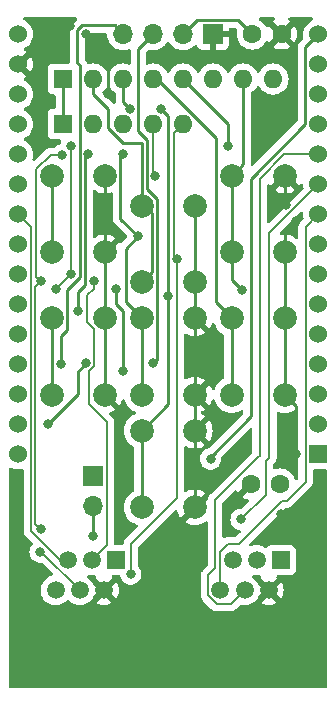
<source format=gtl>
%TF.GenerationSoftware,KiCad,Pcbnew,(6.0.1)*%
%TF.CreationDate,2022-03-05T18:57:40+09:00*%
%TF.ProjectId,SHC,5348432e-6b69-4636-9164-5f7063625858,rev?*%
%TF.SameCoordinates,Original*%
%TF.FileFunction,Copper,L1,Top*%
%TF.FilePolarity,Positive*%
%FSLAX46Y46*%
G04 Gerber Fmt 4.6, Leading zero omitted, Abs format (unit mm)*
G04 Created by KiCad (PCBNEW (6.0.1)) date 2022-03-05 18:57:40*
%MOMM*%
%LPD*%
G01*
G04 APERTURE LIST*
%TA.AperFunction,ComponentPad*%
%ADD10R,1.520000X1.520000*%
%TD*%
%TA.AperFunction,ComponentPad*%
%ADD11C,1.520000*%
%TD*%
%TA.AperFunction,ComponentPad*%
%ADD12C,2.000000*%
%TD*%
%TA.AperFunction,ComponentPad*%
%ADD13C,1.600000*%
%TD*%
%TA.AperFunction,ComponentPad*%
%ADD14R,1.700000X1.700000*%
%TD*%
%TA.AperFunction,ComponentPad*%
%ADD15O,1.700000X1.700000*%
%TD*%
%TA.AperFunction,ComponentPad*%
%ADD16R,1.600000X1.600000*%
%TD*%
%TA.AperFunction,ComponentPad*%
%ADD17O,1.600000X1.600000*%
%TD*%
%TA.AperFunction,ComponentPad*%
%ADD18R,1.524000X1.524000*%
%TD*%
%TA.AperFunction,ComponentPad*%
%ADD19C,1.524000*%
%TD*%
%TA.AperFunction,ViaPad*%
%ADD20C,0.800000*%
%TD*%
%TA.AperFunction,Conductor*%
%ADD21C,0.250000*%
%TD*%
%TA.AperFunction,Conductor*%
%ADD22C,0.200000*%
%TD*%
G04 APERTURE END LIST*
D10*
%TO.P,J3,1*%
%TO.N,Net-(J3-Pad1)*%
X114945000Y-104245000D03*
D11*
%TO.P,J3,2*%
%TO.N,Earth*%
X113925000Y-106785000D03*
%TO.P,J3,3*%
%TO.N,RA1-*%
X112905000Y-104245000D03*
%TO.P,J3,4*%
%TO.N,DE1-*%
X111885000Y-106785000D03*
%TO.P,J3,5*%
%TO.N,DE1+*%
X110865000Y-104245000D03*
%TO.P,J3,6*%
%TO.N,RA1+*%
X109845000Y-106785000D03*
%TD*%
D12*
%TO.P,F1,1,1*%
%TO.N,F1*%
X109510000Y-71680000D03*
X109510000Y-78180000D03*
%TO.P,F1,2,2*%
%TO.N,Earth*%
X114010000Y-78180000D03*
X114010000Y-71680000D03*
%TD*%
%TO.P,W1,1,1*%
%TO.N,W*%
X109510000Y-83745000D03*
X109510000Y-90245000D03*
%TO.P,W1,2,2*%
%TO.N,Earth*%
X114010000Y-83745000D03*
X114010000Y-90245000D03*
%TD*%
D13*
%TO.P,C2,1*%
%TO.N,Earth*%
X128992000Y-59690000D03*
%TO.P,C2,2*%
%TO.N,VCC*%
X126492000Y-59690000D03*
%TD*%
D10*
%TO.P,J1,1*%
%TO.N,+5V*%
X128905000Y-104245000D03*
D11*
%TO.P,J1,2*%
%TO.N,Earth*%
X127885000Y-106785000D03*
%TO.P,J1,3*%
%TO.N,RA-*%
X126865000Y-104245000D03*
%TO.P,J1,4*%
%TO.N,DE-*%
X125845000Y-106785000D03*
%TO.P,J1,5*%
%TO.N,DE+*%
X124825000Y-104245000D03*
%TO.P,J1,6*%
%TO.N,RA+*%
X123805000Y-106785000D03*
%TD*%
D14*
%TO.P,OLED,1,Pin_1*%
%TO.N,Earth*%
X123180000Y-59690000D03*
D15*
%TO.P,OLED,2,Pin_2*%
%TO.N,VCC*%
X120640000Y-59690000D03*
%TO.P,OLED,3,Pin_3*%
%TO.N,SCL*%
X118100000Y-59690000D03*
%TO.P,OLED,4,Pin_4*%
%TO.N,SDA*%
X115560000Y-59690000D03*
%TD*%
D16*
%TO.P,RN2,1,common*%
%TO.N,VCC*%
X110470000Y-67310000D03*
D17*
%TO.P,RN2,2,R1*%
%TO.N,RA1-*%
X113010000Y-67310000D03*
%TO.P,RN2,3,R2*%
%TO.N,DE1-*%
X115550000Y-67310000D03*
%TO.P,RN2,4,R3*%
%TO.N,DE1+*%
X118090000Y-67310000D03*
%TO.P,RN2,5,R4*%
%TO.N,RA1+*%
X120630000Y-67310000D03*
%TD*%
D12*
%TO.P,N1,1,1*%
%TO.N,N*%
X117130000Y-80720000D03*
X117130000Y-74220000D03*
%TO.P,N1,2,2*%
%TO.N,Earth*%
X121630000Y-80720000D03*
X121630000Y-74220000D03*
%TD*%
D18*
%TO.P,U1,1,EN*%
%TO.N,unconnected-(U1-Pad1)*%
X132080000Y-95275000D03*
D19*
%TO.P,U1,2,SENSOR_VP*%
%TO.N,E*%
X132080000Y-92735000D03*
%TO.P,U1,3,SENSOR_VN*%
%TO.N,F1*%
X132080000Y-90195000D03*
%TO.P,U1,4,IO34*%
%TO.N,W*%
X132080000Y-87655000D03*
%TO.P,U1,5,IO35*%
%TO.N,F2*%
X132080000Y-85115000D03*
%TO.P,U1,6,IO32*%
%TO.N,S*%
X132080000Y-82575000D03*
%TO.P,U1,7,IO33*%
%TO.N,SHIFT*%
X132080000Y-80035000D03*
%TO.P,U1,8,IO25*%
%TO.N,N*%
X132080000Y-77495000D03*
%TO.P,U1,9,IO26*%
%TO.N,RA+*%
X132080000Y-74955000D03*
%TO.P,U1,10,IO27*%
%TO.N,DE+*%
X132080000Y-72415000D03*
%TO.P,U1,11,IO14*%
%TO.N,DE-*%
X132080000Y-69875000D03*
%TO.P,U1,12,IO12*%
%TO.N,unconnected-(U1-Pad12)*%
X132080000Y-67335000D03*
%TO.P,U1,13,IO13*%
%TO.N,unconnected-(U1-Pad13)*%
X132080000Y-64795000D03*
%TO.P,U1,14,GND*%
%TO.N,Earth*%
X132080000Y-62255000D03*
%TO.P,U1,15,VIN*%
%TO.N,+5V*%
X132080000Y-59715000D03*
%TO.P,U1,16,3V3*%
%TO.N,VCC*%
X106680000Y-59715000D03*
%TO.P,U1,17,GND*%
%TO.N,Earth*%
X106680000Y-62255000D03*
%TO.P,U1,18,IO15*%
%TO.N,unconnected-(U1-Pad18)*%
X106680000Y-64795000D03*
%TO.P,U1,19,IO2*%
%TO.N,unconnected-(U1-Pad19)*%
X106680000Y-67335000D03*
%TO.P,U1,20,IO4*%
%TO.N,unconnected-(U1-Pad20)*%
X106680000Y-69875000D03*
%TO.P,U1,21,IO16*%
%TO.N,unconnected-(U1-Pad21)*%
X106680000Y-72415000D03*
%TO.P,U1,22,IO17*%
%TO.N,DE1+*%
X106680000Y-74955000D03*
%TO.P,U1,23,IO5*%
%TO.N,RA1+*%
X106680000Y-77495000D03*
%TO.P,U1,24,IO18*%
%TO.N,DE1-*%
X106680000Y-80035000D03*
%TO.P,U1,25,IO19*%
%TO.N,RA1-*%
X106680000Y-82575000D03*
%TO.P,U1,26,IO21*%
%TO.N,SDA*%
X106680000Y-85115000D03*
%TO.P,U1,27,RXD0/IO3*%
%TO.N,unconnected-(U1-Pad27)*%
X106680000Y-87655000D03*
%TO.P,U1,28,TXD0/IO1*%
%TO.N,unconnected-(U1-Pad28)*%
X106680000Y-90195000D03*
%TO.P,U1,29,IO22*%
%TO.N,SCL*%
X106680000Y-92735000D03*
%TO.P,U1,30,IO23*%
%TO.N,RA-*%
X106680000Y-95275000D03*
%TD*%
D12*
%TO.P,F2,1,1*%
%TO.N,F2*%
X124750000Y-78180000D03*
X124750000Y-71680000D03*
%TO.P,F2,2,2*%
%TO.N,Earth*%
X129250000Y-78180000D03*
X129250000Y-71680000D03*
%TD*%
%TO.P,E1,1,1*%
%TO.N,E*%
X124750000Y-90245000D03*
X124750000Y-83745000D03*
%TO.P,E1,2,2*%
%TO.N,Earth*%
X129250000Y-90245000D03*
X129250000Y-83745000D03*
%TD*%
D13*
%TO.P,C1,1*%
%TO.N,Earth*%
X126365000Y-97790000D03*
%TO.P,C1,2*%
%TO.N,+5V*%
X128865000Y-97790000D03*
%TD*%
D16*
%TO.P,RN1,1,common*%
%TO.N,VCC*%
X110480000Y-63500000D03*
D17*
%TO.P,RN1,2,R1*%
%TO.N,N*%
X113020000Y-63500000D03*
%TO.P,RN1,3,R2*%
%TO.N,S*%
X115560000Y-63500000D03*
%TO.P,RN1,4,R3*%
%TO.N,E*%
X118100000Y-63500000D03*
%TO.P,RN1,5,R4*%
%TO.N,W*%
X120640000Y-63500000D03*
%TO.P,RN1,6,R5*%
%TO.N,F1*%
X123180000Y-63500000D03*
%TO.P,RN1,7,R6*%
%TO.N,F2*%
X125720000Y-63500000D03*
%TO.P,RN1,8,R7*%
%TO.N,SHIFT*%
X128260000Y-63500000D03*
%TD*%
D12*
%TO.P,S1,1,1*%
%TO.N,S*%
X117130000Y-99770000D03*
X117130000Y-93270000D03*
%TO.P,S1,2,2*%
%TO.N,Earth*%
X121630000Y-93270000D03*
X121630000Y-99770000D03*
%TD*%
D14*
%TO.P,J4,1,Pin_1*%
%TO.N,+5V*%
X113030000Y-97150000D03*
D15*
%TO.P,J4,2,Pin_2*%
%TO.N,Net-(J3-Pad1)*%
X113030000Y-99690000D03*
%TD*%
D12*
%TO.P,SHIFT1,1,1*%
%TO.N,SHIFT*%
X117130000Y-90245000D03*
X117130000Y-83745000D03*
%TO.P,SHIFT1,2,2*%
%TO.N,Earth*%
X121630000Y-90245000D03*
X121630000Y-83745000D03*
%TD*%
D20*
%TO.N,Earth*%
X129375378Y-74130378D03*
X127635000Y-61595000D03*
X108585000Y-60960000D03*
X111053064Y-59010836D03*
X114300000Y-64770000D03*
X112395000Y-59690000D03*
X123825000Y-92710000D03*
X128905000Y-100330000D03*
X107950000Y-105410000D03*
X125730000Y-95250000D03*
X115570000Y-92075000D03*
X122555000Y-85725000D03*
X130175000Y-95250000D03*
X128270000Y-67310000D03*
X130175000Y-75565000D03*
X115570000Y-101600000D03*
%TO.N,F1*%
X114935000Y-81280000D03*
X115570000Y-88265000D03*
%TO.N,F2*%
X125640500Y-81369500D03*
%TO.N,SCL*%
X118110000Y-87540500D03*
X112395000Y-87540500D03*
X109220000Y-92710000D03*
%TO.N,SDA*%
X110283844Y-87606199D03*
%TO.N,+5V*%
X122965970Y-95660970D03*
%TO.N,DE+*%
X125557878Y-100792878D03*
%TO.N,S*%
X118745000Y-66040000D03*
X116106217Y-66025778D03*
X119380000Y-81915000D03*
%TO.N,W*%
X124460000Y-69215000D03*
X112619989Y-69850000D03*
X111760000Y-83185000D03*
%TO.N,SHIFT*%
X115570000Y-69850000D03*
X116840000Y-76835000D03*
%TO.N,Net-(J3-Pad1)*%
X113030000Y-102235000D03*
%TO.N,RA1-*%
X111125000Y-69215000D03*
X111125000Y-80010000D03*
X109855000Y-81280000D03*
X113069509Y-80645000D03*
%TO.N,DE1-*%
X108585000Y-80645000D03*
X110418245Y-69921755D03*
X108585000Y-101600000D03*
X108542878Y-103547122D03*
%TO.N,DE1+*%
X118304020Y-71755000D03*
%TO.N,RA1+*%
X116205000Y-105410000D03*
X120104500Y-78740000D03*
%TD*%
D21*
%TO.N,E*%
X124750000Y-83745000D02*
X123425489Y-82420489D01*
X118410300Y-63500000D02*
X118100000Y-63500000D01*
X124750000Y-83745000D02*
X124750000Y-90245000D01*
X123425489Y-82420489D02*
X123425489Y-68515189D01*
X123425489Y-68515189D02*
X118410300Y-63500000D01*
%TO.N,Earth*%
X129250000Y-83745000D02*
X129250000Y-90245000D01*
X121630000Y-74220000D02*
X121630000Y-80720000D01*
X129250000Y-71680000D02*
X129250000Y-74005000D01*
X130175000Y-75565000D02*
X129250000Y-76490000D01*
X114300000Y-61595000D02*
X112395000Y-59690000D01*
X121630000Y-83745000D02*
X121630000Y-90245000D01*
X129250000Y-76490000D02*
X129250000Y-78180000D01*
X129250000Y-90245000D02*
X130175000Y-91170000D01*
X114300000Y-64770000D02*
X114300000Y-61595000D01*
X129250000Y-78180000D02*
X129250000Y-83745000D01*
X114010000Y-83745000D02*
X114010000Y-90245000D01*
X129250000Y-74005000D02*
X129375378Y-74130378D01*
X114010000Y-71680000D02*
X114010000Y-78180000D01*
X114010000Y-78180000D02*
X114010000Y-83745000D01*
X130175000Y-91170000D02*
X130175000Y-95250000D01*
X121630000Y-80720000D02*
X121630000Y-83745000D01*
X121630000Y-90245000D02*
X121630000Y-93270000D01*
X121630000Y-93270000D02*
X121630000Y-99770000D01*
%TO.N,F1*%
X114935000Y-82550000D02*
X115570000Y-83185000D01*
X115570000Y-83185000D02*
X115570000Y-88265000D01*
X114935000Y-81280000D02*
X114935000Y-82550000D01*
X109510000Y-71680000D02*
X109510000Y-78180000D01*
%TO.N,F2*%
X124750000Y-71680000D02*
X124750000Y-78180000D01*
X125730000Y-70485000D02*
X125730000Y-70700000D01*
X125720000Y-63500000D02*
X125720000Y-70475000D01*
X124750000Y-80479000D02*
X125640500Y-81369500D01*
X125730000Y-70700000D02*
X124750000Y-71680000D01*
X124750000Y-78180000D02*
X124750000Y-80479000D01*
X125720000Y-70475000D02*
X125730000Y-70485000D01*
%TO.N,VCC*%
X110480000Y-67300000D02*
X110470000Y-67310000D01*
X121814511Y-58515489D02*
X125317489Y-58515489D01*
X125317489Y-58515489D02*
X126492000Y-59690000D01*
X120640000Y-59690000D02*
X121814511Y-58515489D01*
X110480000Y-63500000D02*
X110480000Y-67300000D01*
%TO.N,SCL*%
X116840000Y-60960000D02*
X116840000Y-60950000D01*
X117579520Y-68693803D02*
X116830717Y-67945000D01*
X111760000Y-90170000D02*
X109220000Y-92710000D01*
X116830717Y-60969283D02*
X116840000Y-60960000D01*
X117579520Y-68693803D02*
X117579520Y-72796377D01*
X118454511Y-87195989D02*
X118110000Y-87540500D01*
X118454511Y-87285489D02*
X118110000Y-87630000D01*
X116830717Y-67945000D02*
X116830717Y-60969283D01*
X118100000Y-59690000D02*
X116840000Y-60950000D01*
X112395000Y-87630000D02*
X111760000Y-88265000D01*
X117579520Y-72796377D02*
X118454511Y-73671368D01*
X112395000Y-87630000D02*
X112395000Y-87540500D01*
X118454511Y-73671368D02*
X118454511Y-87195989D01*
X111760000Y-88265000D02*
X111760000Y-89868143D01*
X111760000Y-89868143D02*
X111760000Y-90170000D01*
%TO.N,SDA*%
X110283844Y-85296156D02*
X110283844Y-87606199D01*
X110834511Y-84745489D02*
X110283844Y-85296156D01*
X111885489Y-62355489D02*
X111885489Y-80254125D01*
X110834511Y-81325103D02*
X110834511Y-84745489D01*
X112094897Y-58965489D02*
X111670489Y-59389897D01*
X111670489Y-59389897D02*
X111670489Y-62140489D01*
X114835489Y-58965489D02*
X112094897Y-58965489D01*
X115560000Y-59690000D02*
X114835489Y-58965489D01*
X111670489Y-62140489D02*
X111885489Y-62355489D01*
X111885489Y-80254125D02*
X111895489Y-80264125D01*
X111895489Y-80264125D02*
X110834511Y-81325103D01*
%TO.N,+5V*%
X130993489Y-67309654D02*
X126365000Y-71938143D01*
X122965970Y-95474030D02*
X122965970Y-95660970D01*
X126365000Y-92075000D02*
X122965970Y-95474030D01*
X132080000Y-59715000D02*
X130993489Y-60801511D01*
X126365000Y-71938143D02*
X126365000Y-92075000D01*
X130993489Y-60801511D02*
X130993489Y-67309654D01*
D22*
%TO.N,DE-*%
X124680000Y-107950000D02*
X123471624Y-107950000D01*
X127115489Y-95385489D02*
X127115489Y-71976724D01*
X123365969Y-104896633D02*
X123365969Y-99115009D01*
X125845000Y-106785000D02*
X124680000Y-107950000D01*
X127095489Y-95385489D02*
X127115489Y-95385489D01*
X129217213Y-69875000D02*
X132080000Y-69875000D01*
X123365969Y-99115009D02*
X127095489Y-95385489D01*
X122745489Y-107223865D02*
X122745489Y-105517113D01*
X123471624Y-107950000D02*
X122745489Y-107223865D01*
X122745489Y-105517113D02*
X123365969Y-104896633D01*
X127115489Y-71976724D02*
X129217213Y-69875000D01*
%TO.N,DE+*%
X127950489Y-76544511D02*
X132080000Y-72415000D01*
X127950489Y-95565489D02*
X127950489Y-76544511D01*
X127635000Y-98715756D02*
X127635000Y-95880978D01*
X127635000Y-95880978D02*
X127950489Y-95565489D01*
X125557878Y-100792878D02*
X127635000Y-98715756D01*
%TO.N,RA+*%
X124470000Y-102870000D02*
X123765489Y-103574511D01*
X129045371Y-99200371D02*
X125375741Y-102870000D01*
X123765489Y-106745489D02*
X123805000Y-106785000D01*
X125375741Y-102870000D02*
X124470000Y-102870000D01*
X131018489Y-97581511D02*
X129399629Y-99200371D01*
X123765489Y-103574511D02*
X123765489Y-106745489D01*
X132080000Y-74955000D02*
X131018489Y-76016511D01*
X131018489Y-76016511D02*
X131018489Y-97581511D01*
X129399629Y-99200371D02*
X129045371Y-99200371D01*
D21*
%TO.N,N*%
X117130000Y-68880000D02*
X117130000Y-74220000D01*
X118004991Y-79845009D02*
X117130000Y-80720000D01*
X117400000Y-74220000D02*
X118004991Y-74824991D01*
X113020000Y-64760000D02*
X114300000Y-66040000D01*
X114300000Y-66040000D02*
X114300000Y-67650300D01*
X115529700Y-68880000D02*
X117130000Y-68880000D01*
X113020000Y-63500000D02*
X113020000Y-64760000D01*
X114300000Y-67650300D02*
X115529700Y-68880000D01*
X118004991Y-74824991D02*
X118004991Y-79845009D01*
X117130000Y-74220000D02*
X117400000Y-74220000D01*
%TO.N,S*%
X115560000Y-63500000D02*
X115560000Y-65479561D01*
X119380000Y-68355011D02*
X119380000Y-66675000D01*
X115560000Y-65479561D02*
X116106217Y-66025778D01*
X119380000Y-66675000D02*
X118745000Y-66040000D01*
X119380000Y-68355011D02*
X119380000Y-81915000D01*
X119380000Y-91020000D02*
X117130000Y-93270000D01*
X119380000Y-81915000D02*
X119380000Y-91020000D01*
X117130000Y-93270000D02*
X117130000Y-99770000D01*
%TO.N,W*%
X112345009Y-80909991D02*
X111760000Y-81495000D01*
X112395000Y-69850000D02*
X112619989Y-69850000D01*
X112345009Y-69899991D02*
X112395000Y-69850000D01*
X109510000Y-83745000D02*
X109510000Y-90245000D01*
X124460000Y-69215000D02*
X124460000Y-67320000D01*
X111760000Y-81495000D02*
X111760000Y-83185000D01*
X112345009Y-69899991D02*
X112345009Y-80909991D01*
X124460000Y-67320000D02*
X120640000Y-63500000D01*
%TO.N,SHIFT*%
X116840000Y-76835000D02*
X115334511Y-75329511D01*
X115334511Y-75329511D02*
X115334511Y-70085489D01*
X117130000Y-83745000D02*
X117130000Y-90245000D01*
X117130000Y-83745000D02*
X115805489Y-82420489D01*
X115805489Y-77869511D02*
X116840000Y-76835000D01*
X115334511Y-70085489D02*
X115570000Y-69850000D01*
X115805489Y-82420489D02*
X115805489Y-77869511D01*
%TO.N,Net-(J3-Pad1)*%
X113030000Y-99690000D02*
X113030000Y-102235000D01*
D22*
%TO.N,RA1-*%
X111125000Y-69215000D02*
X111125000Y-80010000D01*
X112485181Y-81824819D02*
X112485181Y-84057968D01*
X114179511Y-92536333D02*
X114179511Y-102970489D01*
X113094511Y-87830248D02*
X112677078Y-88247681D01*
X114179511Y-102970489D02*
X112905000Y-104245000D01*
X111125000Y-80010000D02*
X109855000Y-81280000D01*
X113069509Y-81240491D02*
X112485181Y-81824819D01*
X112677078Y-88247681D02*
X112677078Y-91033900D01*
X112677078Y-91033900D02*
X114179511Y-92536333D01*
X113094511Y-84667298D02*
X113094511Y-87830248D01*
X113069509Y-80645000D02*
X113069509Y-81240491D01*
X112485181Y-84057968D02*
X113094511Y-84667298D01*
%TO.N,DE1-*%
X109430458Y-69921755D02*
X108210489Y-71141724D01*
X108141031Y-101156031D02*
X108141031Y-81088969D01*
X108141031Y-81088969D02*
X108585000Y-80645000D01*
X108210489Y-80270489D02*
X108585000Y-80645000D01*
X108585000Y-101600000D02*
X108141031Y-101156031D01*
X108542878Y-103547122D02*
X108647122Y-103547122D01*
X110418245Y-69921755D02*
X109430458Y-69921755D01*
X108210489Y-71141724D02*
X108210489Y-80270489D01*
X108647122Y-103547122D02*
X111885000Y-106785000D01*
%TO.N,DE1+*%
X118090000Y-71540980D02*
X118304020Y-71755000D01*
X107741511Y-101756511D02*
X107741511Y-76016511D01*
X107741511Y-101756511D02*
X110230000Y-104245000D01*
X110230000Y-104245000D02*
X110865000Y-104245000D01*
X118090000Y-67310000D02*
X118090000Y-71540980D01*
X107741511Y-76016511D02*
X106680000Y-74955000D01*
%TO.N,RA1+*%
X117475000Y-101600000D02*
X116205000Y-102870000D01*
X116205000Y-102870000D02*
X116205000Y-105410000D01*
X119830001Y-68109999D02*
X119830001Y-78465501D01*
X120104500Y-78740000D02*
X120104500Y-98970500D01*
X119830001Y-78465501D02*
X120104500Y-78740000D01*
X120630000Y-67310000D02*
X119830001Y-68109999D01*
X120104500Y-98970500D02*
X117475000Y-101600000D01*
%TD*%
%TA.AperFunction,Conductor*%
%TO.N,Earth*%
G36*
X121674032Y-83445924D02*
G01*
X121719095Y-83474885D01*
X122850290Y-84606080D01*
X122862670Y-84612840D01*
X122870320Y-84607113D01*
X122975205Y-84435958D01*
X122979687Y-84427163D01*
X123066733Y-84217014D01*
X123069902Y-84207260D01*
X123109975Y-84148654D01*
X123175371Y-84121016D01*
X123245328Y-84133121D01*
X123297635Y-84181126D01*
X123309568Y-84207255D01*
X123309741Y-84207788D01*
X123310895Y-84212594D01*
X123332696Y-84265227D01*
X123399772Y-84427163D01*
X123401760Y-84431963D01*
X123404346Y-84436183D01*
X123523241Y-84630202D01*
X123523245Y-84630208D01*
X123525824Y-84634416D01*
X123680031Y-84814969D01*
X123860584Y-84969176D01*
X123864792Y-84971755D01*
X123864798Y-84971759D01*
X124056335Y-85089133D01*
X124103966Y-85141781D01*
X124116500Y-85196566D01*
X124116500Y-88793434D01*
X124096498Y-88861555D01*
X124056335Y-88900867D01*
X123864798Y-89018241D01*
X123864792Y-89018245D01*
X123860584Y-89020824D01*
X123680031Y-89175031D01*
X123525824Y-89355584D01*
X123523245Y-89359792D01*
X123523241Y-89359798D01*
X123404346Y-89553817D01*
X123401760Y-89558037D01*
X123399867Y-89562607D01*
X123399865Y-89562611D01*
X123375909Y-89620447D01*
X123310895Y-89777406D01*
X123309741Y-89782212D01*
X123309568Y-89782745D01*
X123269494Y-89841349D01*
X123204096Y-89868985D01*
X123134140Y-89856877D01*
X123081835Y-89808870D01*
X123069902Y-89782740D01*
X123066733Y-89772986D01*
X122979687Y-89562837D01*
X122975205Y-89554042D01*
X122872568Y-89386555D01*
X122862110Y-89377093D01*
X122853334Y-89380876D01*
X122002022Y-90232188D01*
X121994408Y-90246132D01*
X121994539Y-90247965D01*
X121998790Y-90254580D01*
X122850290Y-91106080D01*
X122862670Y-91112840D01*
X122870320Y-91107113D01*
X122975205Y-90935958D01*
X122979687Y-90927163D01*
X123066733Y-90717014D01*
X123069902Y-90707260D01*
X123109975Y-90648654D01*
X123175371Y-90621016D01*
X123245328Y-90633121D01*
X123297635Y-90681126D01*
X123309568Y-90707255D01*
X123309741Y-90707788D01*
X123310895Y-90712594D01*
X123339582Y-90781851D01*
X123399772Y-90927163D01*
X123401760Y-90931963D01*
X123404346Y-90936183D01*
X123523241Y-91130202D01*
X123523245Y-91130208D01*
X123525824Y-91134416D01*
X123680031Y-91314969D01*
X123683787Y-91318177D01*
X123704618Y-91335968D01*
X123860584Y-91469176D01*
X123864792Y-91471755D01*
X123864798Y-91471759D01*
X124058817Y-91590654D01*
X124063037Y-91593240D01*
X124067607Y-91595133D01*
X124067611Y-91595135D01*
X124277833Y-91682211D01*
X124282406Y-91684105D01*
X124362609Y-91703360D01*
X124508476Y-91738380D01*
X124508482Y-91738381D01*
X124513289Y-91739535D01*
X124750000Y-91758165D01*
X124986711Y-91739535D01*
X124991518Y-91738381D01*
X124991524Y-91738380D01*
X125137391Y-91703360D01*
X125217594Y-91684105D01*
X125222167Y-91682211D01*
X125432389Y-91595135D01*
X125432393Y-91595133D01*
X125436963Y-91593240D01*
X125441183Y-91590654D01*
X125539665Y-91530304D01*
X125608199Y-91511766D01*
X125675875Y-91533222D01*
X125721208Y-91587861D01*
X125731500Y-91637737D01*
X125731500Y-91760405D01*
X125711498Y-91828526D01*
X125694595Y-91849500D01*
X122796730Y-94747365D01*
X122733835Y-94781515D01*
X122683682Y-94792176D01*
X122677649Y-94794862D01*
X122515248Y-94867167D01*
X122515246Y-94867168D01*
X122509218Y-94869852D01*
X122354717Y-94982104D01*
X122350296Y-94987014D01*
X122350295Y-94987015D01*
X122236462Y-95113440D01*
X122226930Y-95124026D01*
X122131443Y-95289414D01*
X122072428Y-95471042D01*
X122071738Y-95477603D01*
X122071738Y-95477605D01*
X122066693Y-95525609D01*
X122052466Y-95660970D01*
X122053156Y-95667535D01*
X122067187Y-95801029D01*
X122072428Y-95850898D01*
X122131443Y-96032526D01*
X122226930Y-96197914D01*
X122231348Y-96202821D01*
X122231349Y-96202822D01*
X122278585Y-96255283D01*
X122354717Y-96339836D01*
X122509218Y-96452088D01*
X122515246Y-96454772D01*
X122515248Y-96454773D01*
X122660170Y-96519296D01*
X122683682Y-96529764D01*
X122757714Y-96545500D01*
X122864026Y-96568098D01*
X122864031Y-96568098D01*
X122870483Y-96569470D01*
X123061457Y-96569470D01*
X123067909Y-96568098D01*
X123067914Y-96568098D01*
X123174226Y-96545500D01*
X123248258Y-96529764D01*
X123271770Y-96519296D01*
X123416692Y-96454773D01*
X123416694Y-96454772D01*
X123422722Y-96452088D01*
X123577223Y-96339836D01*
X123653355Y-96255283D01*
X123700591Y-96202822D01*
X123700592Y-96202821D01*
X123705010Y-96197914D01*
X123800497Y-96032526D01*
X123859512Y-95850898D01*
X123864754Y-95801029D01*
X123878784Y-95667535D01*
X123879474Y-95660970D01*
X123873630Y-95605369D01*
X123866303Y-95535651D01*
X123879075Y-95465813D01*
X123902518Y-95433386D01*
X126291894Y-93044010D01*
X126354206Y-93009984D01*
X126425021Y-93015049D01*
X126481857Y-93057596D01*
X126506668Y-93124116D01*
X126506989Y-93133105D01*
X126506989Y-95061250D01*
X126486987Y-95129371D01*
X126470084Y-95150345D01*
X122969735Y-98650694D01*
X122957344Y-98661561D01*
X122931982Y-98681022D01*
X122907495Y-98712934D01*
X122907492Y-98712937D01*
X122907486Y-98712945D01*
X122874943Y-98755356D01*
X122834445Y-98808133D01*
X122831285Y-98815763D01*
X122785517Y-98926257D01*
X122775889Y-98949500D01*
X122773131Y-98956159D01*
X122772186Y-98963340D01*
X122739830Y-99019380D01*
X120768920Y-100990290D01*
X120762160Y-101002670D01*
X120767887Y-101010320D01*
X120939042Y-101115205D01*
X120947837Y-101119687D01*
X121157988Y-101206734D01*
X121167373Y-101209783D01*
X121388554Y-101262885D01*
X121398301Y-101264428D01*
X121625070Y-101282275D01*
X121634930Y-101282275D01*
X121861699Y-101264428D01*
X121871446Y-101262885D01*
X122092627Y-101209783D01*
X122102012Y-101206734D01*
X122312163Y-101119687D01*
X122320958Y-101115205D01*
X122514899Y-100996357D01*
X122522890Y-100990552D01*
X122549639Y-100967706D01*
X122614428Y-100938675D01*
X122684628Y-100949280D01*
X122737951Y-100996155D01*
X122757469Y-101063517D01*
X122757469Y-104592394D01*
X122737467Y-104660515D01*
X122720564Y-104681489D01*
X122349255Y-105052798D01*
X122336864Y-105063665D01*
X122311502Y-105083126D01*
X122287015Y-105115038D01*
X122287012Y-105115041D01*
X122213965Y-105210237D01*
X122193812Y-105258891D01*
X122164101Y-105330620D01*
X122158534Y-105344061D01*
X122152651Y-105358263D01*
X122136989Y-105477228D01*
X122136989Y-105477233D01*
X122131739Y-105517113D01*
X122132817Y-105525301D01*
X122135911Y-105548803D01*
X122136989Y-105565249D01*
X122136989Y-107175729D01*
X122135911Y-107192172D01*
X122131739Y-107223865D01*
X122136989Y-107263745D01*
X122136989Y-107263750D01*
X122143937Y-107316524D01*
X122152651Y-107382716D01*
X122213965Y-107530741D01*
X122218992Y-107537292D01*
X122218993Y-107537294D01*
X122287009Y-107625934D01*
X122287015Y-107625940D01*
X122311502Y-107657852D01*
X122318052Y-107662878D01*
X122318053Y-107662879D01*
X122336865Y-107677314D01*
X122349255Y-107688180D01*
X123007305Y-108346229D01*
X123018173Y-108358621D01*
X123037637Y-108383987D01*
X123044183Y-108389010D01*
X123044186Y-108389013D01*
X123069551Y-108408476D01*
X123069553Y-108408477D01*
X123158196Y-108476496D01*
X123164748Y-108481524D01*
X123172374Y-108484683D01*
X123172376Y-108484684D01*
X123238760Y-108512181D01*
X123312773Y-108542838D01*
X123320960Y-108543916D01*
X123320961Y-108543916D01*
X123332166Y-108545391D01*
X123363362Y-108549498D01*
X123431739Y-108558500D01*
X123431742Y-108558500D01*
X123431750Y-108558501D01*
X123463435Y-108562672D01*
X123471624Y-108563750D01*
X123503317Y-108559578D01*
X123519760Y-108558500D01*
X124631864Y-108558500D01*
X124648307Y-108559578D01*
X124680000Y-108563750D01*
X124688189Y-108562672D01*
X124719874Y-108558501D01*
X124719884Y-108558500D01*
X124719885Y-108558500D01*
X124719901Y-108558498D01*
X124819457Y-108545391D01*
X124830664Y-108543916D01*
X124830666Y-108543915D01*
X124838851Y-108542838D01*
X124986876Y-108481524D01*
X125082072Y-108408477D01*
X125082075Y-108408474D01*
X125113987Y-108383987D01*
X125119017Y-108377432D01*
X125133452Y-108358621D01*
X125144319Y-108346230D01*
X125436528Y-108054021D01*
X125498840Y-108019995D01*
X125558234Y-108021409D01*
X125618571Y-108037576D01*
X125618573Y-108037576D01*
X125623886Y-108039000D01*
X125845000Y-108058345D01*
X126066114Y-108039000D01*
X126071427Y-108037576D01*
X126071429Y-108037576D01*
X126275200Y-107982976D01*
X126275202Y-107982975D01*
X126280510Y-107981553D01*
X126286502Y-107978759D01*
X126476686Y-107890075D01*
X126476691Y-107890072D01*
X126481673Y-107887749D01*
X126546521Y-107842342D01*
X127192213Y-107842342D01*
X127201509Y-107854357D01*
X127244069Y-107884158D01*
X127253565Y-107889641D01*
X127444680Y-107978759D01*
X127454972Y-107982505D01*
X127658660Y-108037083D01*
X127669453Y-108038986D01*
X127879525Y-108057365D01*
X127890475Y-108057365D01*
X128100547Y-108038986D01*
X128111340Y-108037083D01*
X128315028Y-107982505D01*
X128325320Y-107978759D01*
X128516435Y-107889641D01*
X128525931Y-107884158D01*
X128569329Y-107853770D01*
X128577704Y-107843293D01*
X128570635Y-107829845D01*
X127897812Y-107157022D01*
X127883868Y-107149408D01*
X127882035Y-107149539D01*
X127875420Y-107153790D01*
X127198643Y-107830567D01*
X127192213Y-107842342D01*
X126546521Y-107842342D01*
X126583313Y-107816580D01*
X126658979Y-107763598D01*
X126658982Y-107763596D01*
X126663490Y-107760439D01*
X126820439Y-107603490D01*
X126871379Y-107530741D01*
X126944592Y-107426181D01*
X126944593Y-107426179D01*
X126947749Y-107421672D01*
X126950072Y-107416691D01*
X126950078Y-107416680D01*
X126989591Y-107331944D01*
X127014690Y-107296100D01*
X127512978Y-106797812D01*
X127519356Y-106786132D01*
X128249408Y-106786132D01*
X128249539Y-106787965D01*
X128253790Y-106794580D01*
X128930567Y-107471357D01*
X128942342Y-107477787D01*
X128954357Y-107468491D01*
X128984158Y-107425931D01*
X128989641Y-107416435D01*
X129078759Y-107225320D01*
X129082505Y-107215028D01*
X129137083Y-107011340D01*
X129138986Y-107000547D01*
X129157365Y-106790475D01*
X129157365Y-106779525D01*
X129138986Y-106569453D01*
X129137083Y-106558660D01*
X129082505Y-106354972D01*
X129078759Y-106344680D01*
X128989641Y-106153565D01*
X128984158Y-106144069D01*
X128953770Y-106100671D01*
X128943293Y-106092296D01*
X128929845Y-106099365D01*
X128257022Y-106772188D01*
X128249408Y-106786132D01*
X127519356Y-106786132D01*
X127520592Y-106783868D01*
X127520461Y-106782035D01*
X127516210Y-106775420D01*
X127014690Y-106273900D01*
X126989591Y-106238056D01*
X126950078Y-106153320D01*
X126950072Y-106153309D01*
X126947749Y-106148328D01*
X126944592Y-106143819D01*
X126823598Y-105971021D01*
X126823596Y-105971018D01*
X126820439Y-105966510D01*
X126663490Y-105809561D01*
X126658982Y-105806404D01*
X126658979Y-105806402D01*
X126541916Y-105724433D01*
X126497588Y-105668975D01*
X126490279Y-105598356D01*
X126522310Y-105534996D01*
X126583512Y-105499011D01*
X126636071Y-105497135D01*
X126638571Y-105497576D01*
X126643886Y-105499000D01*
X126865000Y-105518345D01*
X126870475Y-105517866D01*
X127080642Y-105499479D01*
X127080645Y-105499478D01*
X127086114Y-105499000D01*
X127091421Y-105497578D01*
X127095095Y-105496930D01*
X127165654Y-105504797D01*
X127220759Y-105549563D01*
X127242913Y-105617015D01*
X127225084Y-105685736D01*
X127210771Y-105701111D01*
X127211982Y-105702079D01*
X127192296Y-105726707D01*
X127199365Y-105740155D01*
X127872188Y-106412978D01*
X127886132Y-106420592D01*
X127887965Y-106420461D01*
X127894580Y-106416210D01*
X128571357Y-105739433D01*
X128577787Y-105727658D01*
X128569232Y-105716600D01*
X128543369Y-105650482D01*
X128557357Y-105580877D01*
X128606756Y-105529885D01*
X128668889Y-105513500D01*
X129713134Y-105513500D01*
X129775316Y-105506745D01*
X129911705Y-105455615D01*
X130028261Y-105368261D01*
X130115615Y-105251705D01*
X130166745Y-105115316D01*
X130173500Y-105053134D01*
X130173500Y-103436866D01*
X130166745Y-103374684D01*
X130115615Y-103238295D01*
X130028261Y-103121739D01*
X129911705Y-103034385D01*
X129775316Y-102983255D01*
X129713134Y-102976500D01*
X128096866Y-102976500D01*
X128034684Y-102983255D01*
X127898295Y-103034385D01*
X127781739Y-103121739D01*
X127764000Y-103145408D01*
X127748431Y-103166182D01*
X127691571Y-103208696D01*
X127620752Y-103213721D01*
X127575334Y-103193829D01*
X127506182Y-103145408D01*
X127506180Y-103145407D01*
X127501673Y-103142251D01*
X127496691Y-103139928D01*
X127496686Y-103139925D01*
X127305492Y-103050770D01*
X127305491Y-103050769D01*
X127300510Y-103048447D01*
X127295202Y-103047025D01*
X127295200Y-103047024D01*
X127091429Y-102992424D01*
X127091427Y-102992424D01*
X127086114Y-102991000D01*
X126865000Y-102971655D01*
X126643886Y-102991000D01*
X126638573Y-102992424D01*
X126638571Y-102992424D01*
X126434800Y-103047024D01*
X126434798Y-103047025D01*
X126429490Y-103048447D01*
X126424508Y-103050770D01*
X126424503Y-103050772D01*
X126380750Y-103071175D01*
X126310559Y-103081837D01*
X126245746Y-103052858D01*
X126206889Y-102993439D01*
X126206325Y-102922444D01*
X126238404Y-102867886D01*
X129260515Y-99845776D01*
X129322827Y-99811750D01*
X129349610Y-99808871D01*
X129351493Y-99808871D01*
X129367936Y-99809949D01*
X129399629Y-99814121D01*
X129407818Y-99813043D01*
X129439503Y-99808872D01*
X129439513Y-99808871D01*
X129439514Y-99808871D01*
X129539086Y-99795762D01*
X129550293Y-99794287D01*
X129550295Y-99794286D01*
X129558480Y-99793209D01*
X129706505Y-99731895D01*
X129801701Y-99658848D01*
X129801704Y-99658845D01*
X129833616Y-99634358D01*
X129838646Y-99627803D01*
X129853081Y-99608992D01*
X129863948Y-99596601D01*
X131414723Y-98045826D01*
X131427114Y-98034959D01*
X131445926Y-98020524D01*
X131452476Y-98015498D01*
X131476963Y-97983586D01*
X131476967Y-97983582D01*
X131550013Y-97888387D01*
X131611327Y-97740362D01*
X131615937Y-97705347D01*
X131626989Y-97621396D01*
X131626989Y-97621391D01*
X131632239Y-97581511D01*
X131628067Y-97549818D01*
X131626989Y-97533375D01*
X131626989Y-96671500D01*
X131646991Y-96603379D01*
X131700647Y-96556886D01*
X131752989Y-96545500D01*
X132716000Y-96545500D01*
X132784121Y-96565502D01*
X132830614Y-96619158D01*
X132842000Y-96671500D01*
X132842000Y-114936000D01*
X132821998Y-115004121D01*
X132768342Y-115050614D01*
X132716000Y-115062000D01*
X106044000Y-115062000D01*
X105975879Y-115041998D01*
X105929386Y-114988342D01*
X105918000Y-114936000D01*
X105918000Y-96519296D01*
X105938002Y-96451175D01*
X105991658Y-96404682D01*
X106061932Y-96394578D01*
X106097250Y-96405101D01*
X106196056Y-96451175D01*
X106243804Y-96473440D01*
X106249112Y-96474862D01*
X106249114Y-96474863D01*
X106314949Y-96492503D01*
X106458537Y-96530978D01*
X106680000Y-96550353D01*
X106901463Y-96530978D01*
X106906776Y-96529554D01*
X106906784Y-96529553D01*
X106974399Y-96511435D01*
X107045375Y-96513124D01*
X107104171Y-96552917D01*
X107132120Y-96618181D01*
X107133011Y-96633141D01*
X107133011Y-101708375D01*
X107131933Y-101724818D01*
X107127761Y-101756511D01*
X107133011Y-101796391D01*
X107133011Y-101796396D01*
X107141838Y-101863444D01*
X107148673Y-101915362D01*
X107209987Y-102063387D01*
X107215014Y-102069938D01*
X107215015Y-102069940D01*
X107283031Y-102158580D01*
X107283037Y-102158586D01*
X107307524Y-102190498D01*
X107314079Y-102195528D01*
X107332890Y-102209963D01*
X107345281Y-102220830D01*
X107876017Y-102751566D01*
X107910043Y-102813878D01*
X107904978Y-102884693D01*
X107880560Y-102924970D01*
X107803838Y-103010178D01*
X107708351Y-103175566D01*
X107649336Y-103357194D01*
X107629374Y-103547122D01*
X107649336Y-103737050D01*
X107708351Y-103918678D01*
X107803838Y-104084066D01*
X107931625Y-104225988D01*
X108086126Y-104338240D01*
X108092154Y-104340924D01*
X108092156Y-104340925D01*
X108254559Y-104413231D01*
X108260590Y-104415916D01*
X108353990Y-104435769D01*
X108440934Y-104454250D01*
X108440939Y-104454250D01*
X108447391Y-104455622D01*
X108638365Y-104455622D01*
X108638365Y-104457545D01*
X108699112Y-104468650D01*
X108731548Y-104492097D01*
X109585160Y-105345709D01*
X109619186Y-105408021D01*
X109614121Y-105478836D01*
X109571574Y-105535672D01*
X109528676Y-105556511D01*
X109414800Y-105587024D01*
X109414798Y-105587025D01*
X109409490Y-105588447D01*
X109404510Y-105590769D01*
X109404508Y-105590770D01*
X109213315Y-105679925D01*
X109213310Y-105679928D01*
X109208328Y-105682251D01*
X109203821Y-105685407D01*
X109203819Y-105685408D01*
X109031021Y-105806402D01*
X109031018Y-105806404D01*
X109026510Y-105809561D01*
X108869561Y-105966510D01*
X108866404Y-105971018D01*
X108866402Y-105971021D01*
X108745408Y-106143819D01*
X108742251Y-106148328D01*
X108739928Y-106153310D01*
X108739925Y-106153315D01*
X108663538Y-106317128D01*
X108648447Y-106349490D01*
X108647025Y-106354798D01*
X108647024Y-106354800D01*
X108629430Y-106420461D01*
X108591000Y-106563886D01*
X108571655Y-106785000D01*
X108591000Y-107006114D01*
X108592424Y-107011427D01*
X108592424Y-107011429D01*
X108631436Y-107157022D01*
X108648447Y-107220510D01*
X108650769Y-107225490D01*
X108650770Y-107225492D01*
X108739925Y-107416685D01*
X108739928Y-107416690D01*
X108742251Y-107421672D01*
X108745407Y-107426179D01*
X108745408Y-107426181D01*
X108818622Y-107530741D01*
X108869561Y-107603490D01*
X109026510Y-107760439D01*
X109031018Y-107763596D01*
X109031021Y-107763598D01*
X109106687Y-107816580D01*
X109208327Y-107887749D01*
X109213309Y-107890072D01*
X109213314Y-107890075D01*
X109403498Y-107978759D01*
X109409490Y-107981553D01*
X109414798Y-107982975D01*
X109414800Y-107982976D01*
X109618571Y-108037576D01*
X109618573Y-108037576D01*
X109623886Y-108039000D01*
X109845000Y-108058345D01*
X110066114Y-108039000D01*
X110071427Y-108037576D01*
X110071429Y-108037576D01*
X110275200Y-107982976D01*
X110275202Y-107982975D01*
X110280510Y-107981553D01*
X110286502Y-107978759D01*
X110476686Y-107890075D01*
X110476691Y-107890072D01*
X110481673Y-107887749D01*
X110583313Y-107816580D01*
X110658979Y-107763598D01*
X110658982Y-107763596D01*
X110663490Y-107760439D01*
X110775905Y-107648024D01*
X110838217Y-107613998D01*
X110909032Y-107619063D01*
X110954095Y-107648024D01*
X111066510Y-107760439D01*
X111071018Y-107763596D01*
X111071021Y-107763598D01*
X111146687Y-107816580D01*
X111248327Y-107887749D01*
X111253309Y-107890072D01*
X111253314Y-107890075D01*
X111443498Y-107978759D01*
X111449490Y-107981553D01*
X111454798Y-107982975D01*
X111454800Y-107982976D01*
X111658571Y-108037576D01*
X111658573Y-108037576D01*
X111663886Y-108039000D01*
X111885000Y-108058345D01*
X112106114Y-108039000D01*
X112111427Y-108037576D01*
X112111429Y-108037576D01*
X112315200Y-107982976D01*
X112315202Y-107982975D01*
X112320510Y-107981553D01*
X112326502Y-107978759D01*
X112516686Y-107890075D01*
X112516691Y-107890072D01*
X112521673Y-107887749D01*
X112586521Y-107842342D01*
X113232213Y-107842342D01*
X113241509Y-107854357D01*
X113284069Y-107884158D01*
X113293565Y-107889641D01*
X113484680Y-107978759D01*
X113494972Y-107982505D01*
X113698660Y-108037083D01*
X113709453Y-108038986D01*
X113919525Y-108057365D01*
X113930475Y-108057365D01*
X114140547Y-108038986D01*
X114151340Y-108037083D01*
X114355028Y-107982505D01*
X114365320Y-107978759D01*
X114556435Y-107889641D01*
X114565931Y-107884158D01*
X114609329Y-107853770D01*
X114617704Y-107843293D01*
X114610635Y-107829845D01*
X113937812Y-107157022D01*
X113923868Y-107149408D01*
X113922035Y-107149539D01*
X113915420Y-107153790D01*
X113238643Y-107830567D01*
X113232213Y-107842342D01*
X112586521Y-107842342D01*
X112623313Y-107816580D01*
X112698979Y-107763598D01*
X112698982Y-107763596D01*
X112703490Y-107760439D01*
X112860439Y-107603490D01*
X112911379Y-107530741D01*
X112984592Y-107426181D01*
X112984593Y-107426179D01*
X112987749Y-107421672D01*
X112990072Y-107416691D01*
X112990078Y-107416680D01*
X113029591Y-107331944D01*
X113054690Y-107296100D01*
X113552978Y-106797812D01*
X113559356Y-106786132D01*
X114289408Y-106786132D01*
X114289539Y-106787965D01*
X114293790Y-106794580D01*
X114970567Y-107471357D01*
X114982342Y-107477787D01*
X114994357Y-107468491D01*
X115024158Y-107425931D01*
X115029641Y-107416435D01*
X115118759Y-107225320D01*
X115122505Y-107215028D01*
X115177083Y-107011340D01*
X115178986Y-107000547D01*
X115197365Y-106790475D01*
X115197365Y-106779525D01*
X115178986Y-106569453D01*
X115177083Y-106558660D01*
X115122505Y-106354972D01*
X115118759Y-106344680D01*
X115029641Y-106153565D01*
X115024158Y-106144069D01*
X114993770Y-106100671D01*
X114983293Y-106092296D01*
X114969845Y-106099365D01*
X114297022Y-106772188D01*
X114289408Y-106786132D01*
X113559356Y-106786132D01*
X113560592Y-106783868D01*
X113560461Y-106782035D01*
X113556210Y-106775420D01*
X113054690Y-106273900D01*
X113029591Y-106238056D01*
X112990078Y-106153320D01*
X112990072Y-106153309D01*
X112987749Y-106148328D01*
X112984592Y-106143819D01*
X112863598Y-105971021D01*
X112863596Y-105971018D01*
X112860439Y-105966510D01*
X112703490Y-105809561D01*
X112698982Y-105806404D01*
X112698979Y-105806402D01*
X112581916Y-105724433D01*
X112537588Y-105668975D01*
X112530279Y-105598356D01*
X112562310Y-105534996D01*
X112623512Y-105499011D01*
X112676071Y-105497135D01*
X112678571Y-105497576D01*
X112683886Y-105499000D01*
X112905000Y-105518345D01*
X112910475Y-105517866D01*
X113120642Y-105499479D01*
X113120645Y-105499478D01*
X113126114Y-105499000D01*
X113131421Y-105497578D01*
X113135095Y-105496930D01*
X113205654Y-105504797D01*
X113260759Y-105549563D01*
X113282913Y-105617015D01*
X113265084Y-105685736D01*
X113250771Y-105701111D01*
X113251982Y-105702079D01*
X113232296Y-105726707D01*
X113239365Y-105740155D01*
X113912188Y-106412978D01*
X113926132Y-106420592D01*
X113927965Y-106420461D01*
X113934580Y-106416210D01*
X114611357Y-105739433D01*
X114617787Y-105727658D01*
X114609232Y-105716600D01*
X114583369Y-105650482D01*
X114597357Y-105580877D01*
X114646756Y-105529885D01*
X114708889Y-105513500D01*
X115191832Y-105513500D01*
X115259953Y-105533502D01*
X115306446Y-105587158D01*
X115311663Y-105600559D01*
X115370473Y-105781556D01*
X115465960Y-105946944D01*
X115593747Y-106088866D01*
X115748248Y-106201118D01*
X115754276Y-106203802D01*
X115754278Y-106203803D01*
X115916681Y-106276109D01*
X115922712Y-106278794D01*
X116016112Y-106298647D01*
X116103056Y-106317128D01*
X116103061Y-106317128D01*
X116109513Y-106318500D01*
X116300487Y-106318500D01*
X116306939Y-106317128D01*
X116306944Y-106317128D01*
X116393887Y-106298647D01*
X116487288Y-106278794D01*
X116493319Y-106276109D01*
X116655722Y-106203803D01*
X116655724Y-106203802D01*
X116661752Y-106201118D01*
X116816253Y-106088866D01*
X116944040Y-105946944D01*
X117039527Y-105781556D01*
X117098542Y-105599928D01*
X117100545Y-105580877D01*
X117117814Y-105416565D01*
X117118504Y-105410000D01*
X117113927Y-105366451D01*
X117099232Y-105226635D01*
X117099232Y-105226633D01*
X117098542Y-105220072D01*
X117039527Y-105038444D01*
X116944040Y-104873056D01*
X116845864Y-104764020D01*
X116815146Y-104700013D01*
X116813500Y-104679710D01*
X116813500Y-103174239D01*
X116833502Y-103106118D01*
X116850405Y-103085144D01*
X119936785Y-99998764D01*
X119999097Y-99964738D01*
X120069912Y-99969803D01*
X120126748Y-100012350D01*
X120148399Y-100058445D01*
X120190217Y-100232627D01*
X120193266Y-100242012D01*
X120280313Y-100452163D01*
X120284795Y-100460958D01*
X120387432Y-100628445D01*
X120397890Y-100637907D01*
X120406666Y-100634124D01*
X122491080Y-98549710D01*
X122497840Y-98537330D01*
X122492113Y-98529680D01*
X122320958Y-98424795D01*
X122312163Y-98420313D01*
X122102012Y-98333266D01*
X122092627Y-98330217D01*
X121871446Y-98277115D01*
X121861699Y-98275572D01*
X121634930Y-98257725D01*
X121625070Y-98257725D01*
X121398301Y-98275572D01*
X121388554Y-98277115D01*
X121167373Y-98330217D01*
X121157988Y-98333266D01*
X120947837Y-98420313D01*
X120939052Y-98424790D01*
X120904835Y-98445758D01*
X120836301Y-98464296D01*
X120768625Y-98442840D01*
X120723292Y-98388201D01*
X120713000Y-98338325D01*
X120713000Y-94701675D01*
X120733002Y-94633554D01*
X120786658Y-94587061D01*
X120856932Y-94576957D01*
X120904835Y-94594242D01*
X120939052Y-94615210D01*
X120947837Y-94619687D01*
X121157988Y-94706734D01*
X121167373Y-94709783D01*
X121388554Y-94762885D01*
X121398301Y-94764428D01*
X121625070Y-94782275D01*
X121634930Y-94782275D01*
X121861699Y-94764428D01*
X121871446Y-94762885D01*
X122092627Y-94709783D01*
X122102012Y-94706734D01*
X122312163Y-94619687D01*
X122320958Y-94615205D01*
X122488445Y-94512568D01*
X122497907Y-94502110D01*
X122494124Y-94493334D01*
X121359885Y-93359095D01*
X121325859Y-93296783D01*
X121327694Y-93271132D01*
X121994408Y-93271132D01*
X121994539Y-93272965D01*
X121998790Y-93279580D01*
X122850290Y-94131080D01*
X122862670Y-94137840D01*
X122870320Y-94132113D01*
X122975205Y-93960958D01*
X122979687Y-93952163D01*
X123066734Y-93742012D01*
X123069783Y-93732627D01*
X123122885Y-93511446D01*
X123124428Y-93501699D01*
X123142275Y-93274930D01*
X123142275Y-93265070D01*
X123124428Y-93038301D01*
X123122885Y-93028554D01*
X123069783Y-92807373D01*
X123066734Y-92797988D01*
X122979687Y-92587837D01*
X122975205Y-92579042D01*
X122872568Y-92411555D01*
X122862110Y-92402093D01*
X122853334Y-92405876D01*
X122002022Y-93257188D01*
X121994408Y-93271132D01*
X121327694Y-93271132D01*
X121330924Y-93225968D01*
X121359885Y-93180905D01*
X122491080Y-92049710D01*
X122497840Y-92037330D01*
X122492113Y-92029680D01*
X122320958Y-91924795D01*
X122312163Y-91920313D01*
X122200133Y-91873909D01*
X122144852Y-91829361D01*
X122122431Y-91761997D01*
X122139989Y-91693206D01*
X122191951Y-91644828D01*
X122200133Y-91641091D01*
X122312163Y-91594687D01*
X122320958Y-91590205D01*
X122488445Y-91487568D01*
X122497907Y-91477110D01*
X122494124Y-91468334D01*
X121359885Y-90334095D01*
X121325859Y-90271783D01*
X121330924Y-90200968D01*
X121359885Y-90155905D01*
X122491080Y-89024710D01*
X122497840Y-89012330D01*
X122492113Y-89004680D01*
X122320958Y-88899795D01*
X122312163Y-88895313D01*
X122102012Y-88808266D01*
X122092627Y-88805217D01*
X121871446Y-88752115D01*
X121861699Y-88750572D01*
X121634930Y-88732725D01*
X121625070Y-88732725D01*
X121398301Y-88750572D01*
X121388554Y-88752115D01*
X121167373Y-88805217D01*
X121157988Y-88808266D01*
X120947837Y-88895313D01*
X120939052Y-88899790D01*
X120904835Y-88920758D01*
X120836301Y-88939296D01*
X120768625Y-88917840D01*
X120723292Y-88863201D01*
X120713000Y-88813325D01*
X120713000Y-85176675D01*
X120733002Y-85108554D01*
X120786658Y-85062061D01*
X120856932Y-85051957D01*
X120904835Y-85069242D01*
X120939052Y-85090210D01*
X120947837Y-85094687D01*
X121157988Y-85181734D01*
X121167373Y-85184783D01*
X121388554Y-85237885D01*
X121398301Y-85239428D01*
X121625070Y-85257275D01*
X121634930Y-85257275D01*
X121861699Y-85239428D01*
X121871446Y-85237885D01*
X122092627Y-85184783D01*
X122102012Y-85181734D01*
X122312163Y-85094687D01*
X122320958Y-85090205D01*
X122488445Y-84987568D01*
X122497907Y-84977110D01*
X122494124Y-84968334D01*
X121359885Y-83834095D01*
X121325859Y-83771783D01*
X121330924Y-83700968D01*
X121359885Y-83655905D01*
X121540905Y-83474885D01*
X121603217Y-83440859D01*
X121674032Y-83445924D01*
G37*
%TD.AperFunction*%
%TA.AperFunction,Conductor*%
G36*
X114054032Y-89945924D02*
G01*
X114099095Y-89974885D01*
X115230290Y-91106080D01*
X115242670Y-91112840D01*
X115250320Y-91107113D01*
X115355205Y-90935958D01*
X115359687Y-90927163D01*
X115446733Y-90717014D01*
X115449902Y-90707260D01*
X115489975Y-90648654D01*
X115555371Y-90621016D01*
X115625328Y-90633121D01*
X115677635Y-90681126D01*
X115689568Y-90707255D01*
X115689741Y-90707788D01*
X115690895Y-90712594D01*
X115719582Y-90781851D01*
X115779772Y-90927163D01*
X115781760Y-90931963D01*
X115784346Y-90936183D01*
X115903241Y-91130202D01*
X115903245Y-91130208D01*
X115905824Y-91134416D01*
X116060031Y-91314969D01*
X116063787Y-91318177D01*
X116084618Y-91335968D01*
X116240584Y-91469176D01*
X116244792Y-91471755D01*
X116244798Y-91471759D01*
X116438817Y-91590654D01*
X116443037Y-91593240D01*
X116447607Y-91595133D01*
X116447611Y-91595135D01*
X116558560Y-91641091D01*
X116613841Y-91685639D01*
X116636262Y-91753003D01*
X116618704Y-91821794D01*
X116566742Y-91870172D01*
X116558560Y-91873909D01*
X116447611Y-91919865D01*
X116447607Y-91919867D01*
X116443037Y-91921760D01*
X116438817Y-91924346D01*
X116244798Y-92043241D01*
X116244792Y-92043245D01*
X116240584Y-92045824D01*
X116060031Y-92200031D01*
X115905824Y-92380584D01*
X115903245Y-92384792D01*
X115903241Y-92384798D01*
X115810380Y-92536333D01*
X115781760Y-92583037D01*
X115779867Y-92587607D01*
X115779865Y-92587611D01*
X115711990Y-92751477D01*
X115690895Y-92802406D01*
X115635465Y-93033289D01*
X115616835Y-93270000D01*
X115635465Y-93506711D01*
X115636619Y-93511518D01*
X115636620Y-93511524D01*
X115653100Y-93580166D01*
X115690895Y-93737594D01*
X115692788Y-93742165D01*
X115692789Y-93742167D01*
X115779772Y-93952163D01*
X115781760Y-93956963D01*
X115784346Y-93961183D01*
X115903241Y-94155202D01*
X115903245Y-94155208D01*
X115905824Y-94159416D01*
X116060031Y-94339969D01*
X116240584Y-94494176D01*
X116244792Y-94496755D01*
X116244798Y-94496759D01*
X116436335Y-94614133D01*
X116483966Y-94666781D01*
X116496500Y-94721566D01*
X116496500Y-98318434D01*
X116476498Y-98386555D01*
X116436335Y-98425867D01*
X116244798Y-98543241D01*
X116244792Y-98543245D01*
X116240584Y-98545824D01*
X116060031Y-98700031D01*
X115905824Y-98880584D01*
X115903245Y-98884792D01*
X115903241Y-98884798D01*
X115786609Y-99075124D01*
X115781760Y-99083037D01*
X115779867Y-99087607D01*
X115779865Y-99087611D01*
X115694260Y-99294281D01*
X115690895Y-99302406D01*
X115674050Y-99372571D01*
X115666388Y-99404487D01*
X115635465Y-99533289D01*
X115616835Y-99770000D01*
X115635465Y-100006711D01*
X115636619Y-100011518D01*
X115636620Y-100011524D01*
X115662405Y-100118923D01*
X115690895Y-100237594D01*
X115692788Y-100242165D01*
X115692789Y-100242167D01*
X115779772Y-100452163D01*
X115781760Y-100456963D01*
X115784346Y-100461183D01*
X115903241Y-100655202D01*
X115903245Y-100655208D01*
X115905824Y-100659416D01*
X116060031Y-100839969D01*
X116240584Y-100994176D01*
X116244792Y-100996755D01*
X116244798Y-100996759D01*
X116362316Y-101068774D01*
X116443037Y-101118240D01*
X116447607Y-101120133D01*
X116447611Y-101120135D01*
X116657833Y-101207211D01*
X116662406Y-101209105D01*
X116667217Y-101210260D01*
X116667220Y-101210261D01*
X116692677Y-101216372D01*
X116720181Y-101222975D01*
X116781750Y-101258326D01*
X116814433Y-101321353D01*
X116807853Y-101392044D01*
X116779862Y-101434589D01*
X115808766Y-102405685D01*
X115796375Y-102416552D01*
X115771013Y-102436013D01*
X115746526Y-102467925D01*
X115746523Y-102467928D01*
X115673476Y-102563124D01*
X115642204Y-102638622D01*
X115612162Y-102711150D01*
X115611084Y-102719338D01*
X115596500Y-102830115D01*
X115596500Y-102830121D01*
X115591652Y-102866946D01*
X115562930Y-102931873D01*
X115503665Y-102970965D01*
X115466730Y-102976500D01*
X114914011Y-102976500D01*
X114845890Y-102956498D01*
X114799397Y-102902842D01*
X114788011Y-102850500D01*
X114788011Y-92584469D01*
X114789089Y-92568023D01*
X114792183Y-92544521D01*
X114793261Y-92536333D01*
X114788011Y-92496453D01*
X114788011Y-92496448D01*
X114773333Y-92384959D01*
X114772349Y-92377482D01*
X114711035Y-92229457D01*
X114688456Y-92200031D01*
X114637994Y-92134269D01*
X114637988Y-92134261D01*
X114637985Y-92134258D01*
X114613498Y-92102346D01*
X114606943Y-92097316D01*
X114588132Y-92082881D01*
X114575741Y-92072014D01*
X114402607Y-91898880D01*
X114368581Y-91836568D01*
X114373646Y-91765753D01*
X114416193Y-91708917D01*
X114462284Y-91687267D01*
X114472624Y-91684784D01*
X114482012Y-91681734D01*
X114692163Y-91594687D01*
X114700958Y-91590205D01*
X114868445Y-91487568D01*
X114877907Y-91477110D01*
X114874124Y-91468334D01*
X113739885Y-90334095D01*
X113705859Y-90271783D01*
X113710924Y-90200968D01*
X113739885Y-90155905D01*
X113920905Y-89974885D01*
X113983217Y-89940859D01*
X114054032Y-89945924D01*
G37*
%TD.AperFunction*%
%TA.AperFunction,Conductor*%
G36*
X126409032Y-97490924D02*
G01*
X126454095Y-97519885D01*
X126635115Y-97700905D01*
X126669141Y-97763217D01*
X126664076Y-97834032D01*
X126635115Y-97879095D01*
X125649923Y-98864287D01*
X125643493Y-98876062D01*
X125652789Y-98888077D01*
X125703994Y-98923931D01*
X125713489Y-98929414D01*
X125910947Y-99021490D01*
X125921239Y-99025236D01*
X126137001Y-99083049D01*
X126136489Y-99084960D01*
X126192308Y-99112613D01*
X126228787Y-99173521D01*
X126226546Y-99244483D01*
X126195926Y-99294281D01*
X125642734Y-99847473D01*
X125580422Y-99881499D01*
X125553639Y-99884378D01*
X125462391Y-99884378D01*
X125455939Y-99885750D01*
X125455934Y-99885750D01*
X125368991Y-99904231D01*
X125275590Y-99924084D01*
X125269560Y-99926769D01*
X125269559Y-99926769D01*
X125107156Y-99999075D01*
X125107154Y-99999076D01*
X125101126Y-100001760D01*
X125095785Y-100005640D01*
X125095784Y-100005641D01*
X125087687Y-100011524D01*
X124946625Y-100114012D01*
X124818838Y-100255934D01*
X124723351Y-100421322D01*
X124664336Y-100602950D01*
X124663646Y-100609511D01*
X124663646Y-100609513D01*
X124658006Y-100663175D01*
X124644374Y-100792878D01*
X124664336Y-100982806D01*
X124723351Y-101164434D01*
X124818838Y-101329822D01*
X124823256Y-101334729D01*
X124823257Y-101334730D01*
X124942203Y-101466833D01*
X124946625Y-101471744D01*
X125101126Y-101583996D01*
X125107154Y-101586680D01*
X125107156Y-101586681D01*
X125174776Y-101616787D01*
X125275590Y-101661672D01*
X125418008Y-101691944D01*
X125480481Y-101725673D01*
X125514803Y-101787822D01*
X125510075Y-101858661D01*
X125480906Y-101904286D01*
X125160597Y-102224595D01*
X125098285Y-102258621D01*
X125071502Y-102261500D01*
X124518136Y-102261500D01*
X124501693Y-102260422D01*
X124470000Y-102256250D01*
X124461811Y-102257328D01*
X124430126Y-102261499D01*
X124430117Y-102261500D01*
X124430115Y-102261500D01*
X124430109Y-102261501D01*
X124430107Y-102261501D01*
X124330543Y-102274609D01*
X124319336Y-102276084D01*
X124319334Y-102276085D01*
X124311149Y-102277162D01*
X124163124Y-102338476D01*
X124160972Y-102340127D01*
X124094479Y-102356261D01*
X124027386Y-102333043D01*
X123983497Y-102277237D01*
X123974469Y-102230403D01*
X123974469Y-99419248D01*
X123994471Y-99351127D01*
X124011374Y-99330153D01*
X124994809Y-98346718D01*
X125057121Y-98312692D01*
X125127936Y-98317757D01*
X125184772Y-98360304D01*
X125198099Y-98382564D01*
X125225584Y-98441507D01*
X125231069Y-98451006D01*
X125267509Y-98503048D01*
X125277988Y-98511424D01*
X125291434Y-98504356D01*
X126275905Y-97519885D01*
X126338217Y-97485859D01*
X126409032Y-97490924D01*
G37*
%TD.AperFunction*%
%TA.AperFunction,Conductor*%
G36*
X130337148Y-91396505D02*
G01*
X130390470Y-91443380D01*
X130409989Y-91510742D01*
X130409989Y-97277272D01*
X130389987Y-97345393D01*
X130373084Y-97366367D01*
X130316875Y-97422576D01*
X130254563Y-97456602D01*
X130183748Y-97451537D01*
X130126912Y-97408990D01*
X130106074Y-97366094D01*
X130100709Y-97346073D01*
X130100707Y-97346067D01*
X130099284Y-97340757D01*
X130069681Y-97277272D01*
X130004849Y-97138238D01*
X130004846Y-97138233D01*
X130002523Y-97133251D01*
X129871198Y-96945700D01*
X129709300Y-96783802D01*
X129704792Y-96780645D01*
X129704789Y-96780643D01*
X129626611Y-96725902D01*
X129521749Y-96652477D01*
X129516767Y-96650154D01*
X129516762Y-96650151D01*
X129319225Y-96558039D01*
X129319224Y-96558039D01*
X129314243Y-96555716D01*
X129308935Y-96554294D01*
X129308933Y-96554293D01*
X129098402Y-96497881D01*
X129098400Y-96497881D01*
X129093087Y-96496457D01*
X128865000Y-96476502D01*
X128636913Y-96496457D01*
X128631600Y-96497881D01*
X128631598Y-96497881D01*
X128581015Y-96511435D01*
X128415757Y-96555716D01*
X128412131Y-96557407D01*
X128341743Y-96561881D01*
X128279702Y-96527363D01*
X128246171Y-96464784D01*
X128243500Y-96438976D01*
X128243500Y-96185217D01*
X128263502Y-96117096D01*
X128280405Y-96096122D01*
X128346723Y-96029804D01*
X128359114Y-96018937D01*
X128377926Y-96004502D01*
X128384476Y-95999476D01*
X128408963Y-95967564D01*
X128408967Y-95967560D01*
X128482013Y-95872365D01*
X128543327Y-95724340D01*
X128547536Y-95692365D01*
X128558989Y-95605374D01*
X128558989Y-95605369D01*
X128564239Y-95565489D01*
X128560067Y-95533796D01*
X128558989Y-95517353D01*
X128558989Y-91779594D01*
X128578991Y-91711473D01*
X128632647Y-91664980D01*
X128702921Y-91654876D01*
X128733207Y-91663185D01*
X128777988Y-91681734D01*
X128787373Y-91684783D01*
X129008554Y-91737885D01*
X129018301Y-91739428D01*
X129245070Y-91757275D01*
X129254930Y-91757275D01*
X129481699Y-91739428D01*
X129491446Y-91737885D01*
X129712627Y-91684783D01*
X129722012Y-91681734D01*
X129932163Y-91594687D01*
X129940958Y-91590205D01*
X130134899Y-91471357D01*
X130142883Y-91465557D01*
X130202158Y-91414931D01*
X130266948Y-91385900D01*
X130337148Y-91396505D01*
G37*
%TD.AperFunction*%
%TA.AperFunction,Conductor*%
G36*
X113170344Y-72934082D02*
G01*
X113319042Y-73025205D01*
X113327837Y-73029687D01*
X113537988Y-73116734D01*
X113547373Y-73119783D01*
X113768554Y-73172885D01*
X113778301Y-73174428D01*
X114005070Y-73192275D01*
X114014930Y-73192275D01*
X114241699Y-73174428D01*
X114251446Y-73172885D01*
X114472627Y-73119783D01*
X114482012Y-73116734D01*
X114526793Y-73098185D01*
X114597383Y-73090596D01*
X114660870Y-73122375D01*
X114697097Y-73183434D01*
X114701011Y-73214594D01*
X114701011Y-75250744D01*
X114700484Y-75261927D01*
X114698809Y-75269420D01*
X114699058Y-75277346D01*
X114699058Y-75277347D01*
X114700949Y-75337497D01*
X114701011Y-75341456D01*
X114701011Y-75369367D01*
X114701508Y-75373301D01*
X114701508Y-75373302D01*
X114701516Y-75373367D01*
X114702449Y-75385204D01*
X114703838Y-75429400D01*
X114709489Y-75448850D01*
X114713498Y-75468211D01*
X114716037Y-75488308D01*
X114718956Y-75495679D01*
X114718956Y-75495681D01*
X114732315Y-75529423D01*
X114736160Y-75540653D01*
X114742671Y-75563063D01*
X114748493Y-75583104D01*
X114752526Y-75589923D01*
X114752528Y-75589928D01*
X114758804Y-75600539D01*
X114767499Y-75618287D01*
X114774959Y-75637128D01*
X114779621Y-75643544D01*
X114779621Y-75643545D01*
X114800947Y-75672898D01*
X114807463Y-75682818D01*
X114825542Y-75713387D01*
X114829969Y-75720873D01*
X114844290Y-75735194D01*
X114857130Y-75750227D01*
X114869039Y-75766618D01*
X114896448Y-75789293D01*
X114903116Y-75794809D01*
X114911885Y-75802789D01*
X115855002Y-76745907D01*
X115889026Y-76808217D01*
X115883961Y-76879033D01*
X115855000Y-76924095D01*
X115443466Y-77335629D01*
X115381154Y-77369655D01*
X115310339Y-77364590D01*
X115267247Y-77332331D01*
X115266001Y-77333708D01*
X115242110Y-77312094D01*
X115233333Y-77315877D01*
X114099095Y-78450115D01*
X114036783Y-78484141D01*
X113965968Y-78479076D01*
X113920905Y-78450115D01*
X113739885Y-78269095D01*
X113705859Y-78206783D01*
X113710924Y-78135968D01*
X113739885Y-78090905D01*
X114871080Y-76959710D01*
X114877840Y-76947330D01*
X114872113Y-76939680D01*
X114700958Y-76834795D01*
X114692163Y-76830313D01*
X114482012Y-76743266D01*
X114472627Y-76740217D01*
X114251446Y-76687115D01*
X114241699Y-76685572D01*
X114014930Y-76667725D01*
X114005070Y-76667725D01*
X113778301Y-76685572D01*
X113768554Y-76687115D01*
X113547373Y-76740217D01*
X113537988Y-76743266D01*
X113327837Y-76830313D01*
X113319042Y-76834795D01*
X113170344Y-76925918D01*
X113101811Y-76944457D01*
X113034134Y-76923001D01*
X112988801Y-76868362D01*
X112978509Y-76818486D01*
X112978509Y-73041514D01*
X112998511Y-72973393D01*
X113052167Y-72926900D01*
X113122441Y-72916796D01*
X113170344Y-72934082D01*
G37*
%TD.AperFunction*%
%TA.AperFunction,Conductor*%
G36*
X130731730Y-74727985D02*
G01*
X130788566Y-74770532D01*
X130813377Y-74837052D01*
X130813219Y-74857019D01*
X130804647Y-74955000D01*
X130824022Y-75176463D01*
X130841958Y-75243399D01*
X130840268Y-75314376D01*
X130809346Y-75365105D01*
X130622255Y-75552196D01*
X130609864Y-75563063D01*
X130601231Y-75569687D01*
X130584502Y-75582524D01*
X130560015Y-75614436D01*
X130560012Y-75614439D01*
X130560006Y-75614447D01*
X130507543Y-75682818D01*
X130486965Y-75709635D01*
X130425651Y-75857660D01*
X130425651Y-75857661D01*
X130409989Y-75976626D01*
X130409989Y-75976631D01*
X130404739Y-76016511D01*
X130405817Y-76024699D01*
X130408911Y-76048201D01*
X130409989Y-76064647D01*
X130409989Y-76914258D01*
X130389987Y-76982379D01*
X130336331Y-77028872D01*
X130266057Y-77038976D01*
X130202158Y-77010069D01*
X130142883Y-76959443D01*
X130134899Y-76953643D01*
X129940958Y-76834795D01*
X129932163Y-76830313D01*
X129722012Y-76743266D01*
X129712627Y-76740217D01*
X129491446Y-76687115D01*
X129481699Y-76685572D01*
X129254930Y-76667725D01*
X129245070Y-76667725D01*
X129018301Y-76685572D01*
X129008554Y-76687115D01*
X128995398Y-76690274D01*
X128924490Y-76686727D01*
X128866756Y-76645407D01*
X128840526Y-76579434D01*
X128854128Y-76509752D01*
X128876889Y-76478660D01*
X130598603Y-74756946D01*
X130660915Y-74722920D01*
X130731730Y-74727985D01*
G37*
%TD.AperFunction*%
%TA.AperFunction,Conductor*%
G36*
X129294032Y-71380924D02*
G01*
X129339095Y-71409885D01*
X130470290Y-72541080D01*
X130482670Y-72547840D01*
X130490320Y-72542113D01*
X130575459Y-72403181D01*
X130628107Y-72355549D01*
X130698148Y-72343943D01*
X130763346Y-72372047D01*
X130802999Y-72430937D01*
X130808412Y-72458035D01*
X130824022Y-72636463D01*
X130830126Y-72659242D01*
X130841958Y-72703399D01*
X130840268Y-72774376D01*
X130809346Y-72825105D01*
X127939084Y-75695367D01*
X127876772Y-75729393D01*
X127805957Y-75724328D01*
X127749121Y-75681781D01*
X127724310Y-75615261D01*
X127723989Y-75606272D01*
X127723989Y-72912670D01*
X128382160Y-72912670D01*
X128387887Y-72920320D01*
X128559042Y-73025205D01*
X128567837Y-73029687D01*
X128777988Y-73116734D01*
X128787373Y-73119783D01*
X129008554Y-73172885D01*
X129018301Y-73174428D01*
X129245070Y-73192275D01*
X129254930Y-73192275D01*
X129481699Y-73174428D01*
X129491446Y-73172885D01*
X129712627Y-73119783D01*
X129722012Y-73116734D01*
X129932163Y-73029687D01*
X129940958Y-73025205D01*
X130108445Y-72922568D01*
X130117907Y-72912110D01*
X130114124Y-72903334D01*
X129262812Y-72052022D01*
X129248868Y-72044408D01*
X129247035Y-72044539D01*
X129240420Y-72048790D01*
X128388920Y-72900290D01*
X128382160Y-72912670D01*
X127723989Y-72912670D01*
X127723989Y-72522670D01*
X127743991Y-72454549D01*
X127797647Y-72408056D01*
X127867921Y-72397952D01*
X127932501Y-72427446D01*
X127957421Y-72456835D01*
X128007432Y-72538445D01*
X128017890Y-72547907D01*
X128026666Y-72544124D01*
X129160905Y-71409885D01*
X129223217Y-71375859D01*
X129294032Y-71380924D01*
G37*
%TD.AperFunction*%
%TA.AperFunction,Conductor*%
G36*
X128392656Y-58313002D02*
G01*
X128439149Y-58366658D01*
X128449253Y-58436932D01*
X128419759Y-58501512D01*
X128377785Y-58533195D01*
X128340489Y-58550586D01*
X128330994Y-58556069D01*
X128278952Y-58592509D01*
X128270576Y-58602988D01*
X128277644Y-58616434D01*
X128979188Y-59317978D01*
X128993132Y-59325592D01*
X128994965Y-59325461D01*
X129001580Y-59321210D01*
X129707077Y-58615713D01*
X129713507Y-58603938D01*
X129704211Y-58591923D01*
X129653006Y-58556069D01*
X129643511Y-58550586D01*
X129606215Y-58533195D01*
X129552930Y-58486277D01*
X129533469Y-58418000D01*
X129554011Y-58350040D01*
X129608034Y-58303975D01*
X129659465Y-58293000D01*
X131554880Y-58293000D01*
X131623001Y-58313002D01*
X131669494Y-58366658D01*
X131679598Y-58436932D01*
X131650104Y-58501512D01*
X131608130Y-58533195D01*
X131447311Y-58608186D01*
X131447306Y-58608189D01*
X131442324Y-58610512D01*
X131437817Y-58613668D01*
X131437815Y-58613669D01*
X131264730Y-58734864D01*
X131264727Y-58734866D01*
X131260219Y-58738023D01*
X131103023Y-58895219D01*
X131099866Y-58899727D01*
X131099864Y-58899730D01*
X130978669Y-59072815D01*
X130975512Y-59077324D01*
X130973189Y-59082306D01*
X130973186Y-59082311D01*
X130896745Y-59246239D01*
X130881560Y-59278804D01*
X130880138Y-59284112D01*
X130880137Y-59284114D01*
X130865413Y-59339064D01*
X130824022Y-59493537D01*
X130804647Y-59715000D01*
X130824022Y-59936463D01*
X130825446Y-59941776D01*
X130825447Y-59941783D01*
X130834485Y-59975514D01*
X130832796Y-60046490D01*
X130801874Y-60097221D01*
X130601236Y-60297859D01*
X130592950Y-60305399D01*
X130586471Y-60309511D01*
X130541703Y-60357185D01*
X130539846Y-60359162D01*
X130537091Y-60362004D01*
X130517354Y-60381741D01*
X130514874Y-60384938D01*
X130507171Y-60393958D01*
X130476903Y-60426190D01*
X130473084Y-60433136D01*
X130473082Y-60433139D01*
X130467141Y-60443945D01*
X130456290Y-60460464D01*
X130443875Y-60476470D01*
X130440730Y-60483739D01*
X130440727Y-60483743D01*
X130426315Y-60517048D01*
X130421098Y-60527698D01*
X130399794Y-60566451D01*
X130397823Y-60574126D01*
X130397823Y-60574127D01*
X130394756Y-60586073D01*
X130388352Y-60604777D01*
X130380308Y-60623366D01*
X130379069Y-60631189D01*
X130379066Y-60631199D01*
X130373390Y-60667035D01*
X130370984Y-60678655D01*
X130367564Y-60691977D01*
X130359989Y-60721481D01*
X130359989Y-60741735D01*
X130358438Y-60761445D01*
X130355269Y-60781454D01*
X130356015Y-60789346D01*
X130359430Y-60825472D01*
X130359989Y-60837330D01*
X130359989Y-66995060D01*
X130339987Y-67063181D01*
X130323084Y-67084155D01*
X126581874Y-70825364D01*
X126519562Y-70859390D01*
X126448746Y-70854325D01*
X126391911Y-70811778D01*
X126367100Y-70745258D01*
X126366841Y-70732312D01*
X126366980Y-70727886D01*
X126368220Y-70720057D01*
X126364059Y-70676038D01*
X126363500Y-70664181D01*
X126363500Y-70563767D01*
X126364027Y-70552584D01*
X126365702Y-70545091D01*
X126364380Y-70503018D01*
X126363562Y-70477014D01*
X126363500Y-70473055D01*
X126363500Y-70445144D01*
X126362995Y-70441144D01*
X126362062Y-70429301D01*
X126360922Y-70393029D01*
X126360673Y-70385110D01*
X126358462Y-70377500D01*
X126357222Y-70369671D01*
X126357365Y-70369648D01*
X126353500Y-70342489D01*
X126353500Y-64719394D01*
X126373502Y-64651273D01*
X126407229Y-64616181D01*
X126559789Y-64509357D01*
X126559792Y-64509355D01*
X126564300Y-64506198D01*
X126726198Y-64344300D01*
X126857523Y-64156749D01*
X126859846Y-64151767D01*
X126859849Y-64151762D01*
X126875805Y-64117543D01*
X126922722Y-64064258D01*
X126990999Y-64044797D01*
X127058959Y-64065339D01*
X127104195Y-64117543D01*
X127120151Y-64151762D01*
X127120154Y-64151767D01*
X127122477Y-64156749D01*
X127253802Y-64344300D01*
X127415700Y-64506198D01*
X127420208Y-64509355D01*
X127420211Y-64509357D01*
X127420744Y-64509730D01*
X127603251Y-64637523D01*
X127608233Y-64639846D01*
X127608238Y-64639849D01*
X127805771Y-64731959D01*
X127810757Y-64734284D01*
X127816065Y-64735706D01*
X127816067Y-64735707D01*
X128026598Y-64792119D01*
X128026600Y-64792119D01*
X128031913Y-64793543D01*
X128260000Y-64813498D01*
X128488087Y-64793543D01*
X128493400Y-64792119D01*
X128493402Y-64792119D01*
X128703933Y-64735707D01*
X128703935Y-64735706D01*
X128709243Y-64734284D01*
X128714229Y-64731959D01*
X128911762Y-64639849D01*
X128911767Y-64639846D01*
X128916749Y-64637523D01*
X129099256Y-64509730D01*
X129099789Y-64509357D01*
X129099792Y-64509355D01*
X129104300Y-64506198D01*
X129266198Y-64344300D01*
X129397523Y-64156749D01*
X129399846Y-64151767D01*
X129399849Y-64151762D01*
X129491961Y-63954225D01*
X129491961Y-63954224D01*
X129494284Y-63949243D01*
X129528401Y-63821920D01*
X129552119Y-63733402D01*
X129552119Y-63733400D01*
X129553543Y-63728087D01*
X129573498Y-63500000D01*
X129553543Y-63271913D01*
X129494284Y-63050757D01*
X129449727Y-62955203D01*
X129399849Y-62848238D01*
X129399846Y-62848233D01*
X129397523Y-62843251D01*
X129324098Y-62738389D01*
X129269357Y-62660211D01*
X129269355Y-62660208D01*
X129266198Y-62655700D01*
X129104300Y-62493802D01*
X129099792Y-62490645D01*
X129099789Y-62490643D01*
X129021611Y-62435902D01*
X128916749Y-62362477D01*
X128911767Y-62360154D01*
X128911762Y-62360151D01*
X128714225Y-62268039D01*
X128714224Y-62268039D01*
X128709243Y-62265716D01*
X128703935Y-62264294D01*
X128703933Y-62264293D01*
X128493402Y-62207881D01*
X128493400Y-62207881D01*
X128488087Y-62206457D01*
X128260000Y-62186502D01*
X128031913Y-62206457D01*
X128026600Y-62207881D01*
X128026598Y-62207881D01*
X127816067Y-62264293D01*
X127816065Y-62264294D01*
X127810757Y-62265716D01*
X127805776Y-62268039D01*
X127805775Y-62268039D01*
X127608238Y-62360151D01*
X127608233Y-62360154D01*
X127603251Y-62362477D01*
X127498389Y-62435902D01*
X127420211Y-62490643D01*
X127420208Y-62490645D01*
X127415700Y-62493802D01*
X127253802Y-62655700D01*
X127250645Y-62660208D01*
X127250643Y-62660211D01*
X127195902Y-62738389D01*
X127122477Y-62843251D01*
X127120154Y-62848233D01*
X127120151Y-62848238D01*
X127104195Y-62882457D01*
X127057278Y-62935742D01*
X126989001Y-62955203D01*
X126921041Y-62934661D01*
X126875805Y-62882457D01*
X126859849Y-62848238D01*
X126859846Y-62848233D01*
X126857523Y-62843251D01*
X126784098Y-62738389D01*
X126729357Y-62660211D01*
X126729355Y-62660208D01*
X126726198Y-62655700D01*
X126564300Y-62493802D01*
X126559792Y-62490645D01*
X126559789Y-62490643D01*
X126481611Y-62435902D01*
X126376749Y-62362477D01*
X126371767Y-62360154D01*
X126371762Y-62360151D01*
X126174225Y-62268039D01*
X126174224Y-62268039D01*
X126169243Y-62265716D01*
X126163935Y-62264294D01*
X126163933Y-62264293D01*
X125953402Y-62207881D01*
X125953400Y-62207881D01*
X125948087Y-62206457D01*
X125720000Y-62186502D01*
X125491913Y-62206457D01*
X125486600Y-62207881D01*
X125486598Y-62207881D01*
X125276067Y-62264293D01*
X125276065Y-62264294D01*
X125270757Y-62265716D01*
X125265776Y-62268039D01*
X125265775Y-62268039D01*
X125068238Y-62360151D01*
X125068233Y-62360154D01*
X125063251Y-62362477D01*
X124958389Y-62435902D01*
X124880211Y-62490643D01*
X124880208Y-62490645D01*
X124875700Y-62493802D01*
X124713802Y-62655700D01*
X124710645Y-62660208D01*
X124710643Y-62660211D01*
X124655902Y-62738389D01*
X124582477Y-62843251D01*
X124580154Y-62848233D01*
X124580151Y-62848238D01*
X124564195Y-62882457D01*
X124517278Y-62935742D01*
X124449001Y-62955203D01*
X124381041Y-62934661D01*
X124335805Y-62882457D01*
X124319849Y-62848238D01*
X124319846Y-62848233D01*
X124317523Y-62843251D01*
X124244098Y-62738389D01*
X124189357Y-62660211D01*
X124189355Y-62660208D01*
X124186198Y-62655700D01*
X124024300Y-62493802D01*
X124019792Y-62490645D01*
X124019789Y-62490643D01*
X123941611Y-62435902D01*
X123836749Y-62362477D01*
X123831767Y-62360154D01*
X123831762Y-62360151D01*
X123634225Y-62268039D01*
X123634224Y-62268039D01*
X123629243Y-62265716D01*
X123623935Y-62264294D01*
X123623933Y-62264293D01*
X123413402Y-62207881D01*
X123413400Y-62207881D01*
X123408087Y-62206457D01*
X123180000Y-62186502D01*
X122951913Y-62206457D01*
X122946600Y-62207881D01*
X122946598Y-62207881D01*
X122736067Y-62264293D01*
X122736065Y-62264294D01*
X122730757Y-62265716D01*
X122725776Y-62268039D01*
X122725775Y-62268039D01*
X122528238Y-62360151D01*
X122528233Y-62360154D01*
X122523251Y-62362477D01*
X122418389Y-62435902D01*
X122340211Y-62490643D01*
X122340208Y-62490645D01*
X122335700Y-62493802D01*
X122173802Y-62655700D01*
X122170645Y-62660208D01*
X122170643Y-62660211D01*
X122115902Y-62738389D01*
X122042477Y-62843251D01*
X122040154Y-62848233D01*
X122040151Y-62848238D01*
X122024195Y-62882457D01*
X121977278Y-62935742D01*
X121909001Y-62955203D01*
X121841041Y-62934661D01*
X121795805Y-62882457D01*
X121779849Y-62848238D01*
X121779846Y-62848233D01*
X121777523Y-62843251D01*
X121704098Y-62738389D01*
X121649357Y-62660211D01*
X121649355Y-62660208D01*
X121646198Y-62655700D01*
X121484300Y-62493802D01*
X121479792Y-62490645D01*
X121479789Y-62490643D01*
X121401611Y-62435902D01*
X121296749Y-62362477D01*
X121291767Y-62360154D01*
X121291762Y-62360151D01*
X121094225Y-62268039D01*
X121094224Y-62268039D01*
X121089243Y-62265716D01*
X121083935Y-62264294D01*
X121083933Y-62264293D01*
X120873402Y-62207881D01*
X120873400Y-62207881D01*
X120868087Y-62206457D01*
X120640000Y-62186502D01*
X120411913Y-62206457D01*
X120406600Y-62207881D01*
X120406598Y-62207881D01*
X120196067Y-62264293D01*
X120196065Y-62264294D01*
X120190757Y-62265716D01*
X120185776Y-62268039D01*
X120185775Y-62268039D01*
X119988238Y-62360151D01*
X119988233Y-62360154D01*
X119983251Y-62362477D01*
X119878389Y-62435902D01*
X119800211Y-62490643D01*
X119800208Y-62490645D01*
X119795700Y-62493802D01*
X119633802Y-62655700D01*
X119630645Y-62660208D01*
X119630643Y-62660211D01*
X119575902Y-62738389D01*
X119502477Y-62843251D01*
X119500154Y-62848233D01*
X119500151Y-62848238D01*
X119484195Y-62882457D01*
X119437278Y-62935742D01*
X119369001Y-62955203D01*
X119301041Y-62934661D01*
X119255805Y-62882457D01*
X119239849Y-62848238D01*
X119239846Y-62848233D01*
X119237523Y-62843251D01*
X119164098Y-62738389D01*
X119109357Y-62660211D01*
X119109355Y-62660208D01*
X119106198Y-62655700D01*
X118944300Y-62493802D01*
X118939792Y-62490645D01*
X118939789Y-62490643D01*
X118861611Y-62435902D01*
X118756749Y-62362477D01*
X118751767Y-62360154D01*
X118751762Y-62360151D01*
X118554225Y-62268039D01*
X118554224Y-62268039D01*
X118549243Y-62265716D01*
X118543935Y-62264294D01*
X118543933Y-62264293D01*
X118333402Y-62207881D01*
X118333400Y-62207881D01*
X118328087Y-62206457D01*
X118100000Y-62186502D01*
X117871913Y-62206457D01*
X117866600Y-62207881D01*
X117866598Y-62207881D01*
X117807524Y-62223710D01*
X117650757Y-62265716D01*
X117643467Y-62269115D01*
X117642357Y-62269284D01*
X117640604Y-62269922D01*
X117640476Y-62269570D01*
X117573277Y-62279777D01*
X117508464Y-62250798D01*
X117469607Y-62191379D01*
X117464217Y-62154921D01*
X117464217Y-61273877D01*
X117484219Y-61205756D01*
X117501122Y-61184782D01*
X117644549Y-61041355D01*
X117706861Y-61007329D01*
X117758762Y-61006979D01*
X117938597Y-61043567D01*
X117943772Y-61043757D01*
X117943774Y-61043757D01*
X118156673Y-61051564D01*
X118156677Y-61051564D01*
X118161837Y-61051753D01*
X118166957Y-61051097D01*
X118166959Y-61051097D01*
X118378288Y-61024025D01*
X118378289Y-61024025D01*
X118383416Y-61023368D01*
X118388366Y-61021883D01*
X118592429Y-60960661D01*
X118592434Y-60960659D01*
X118597384Y-60959174D01*
X118797994Y-60860896D01*
X118979860Y-60731173D01*
X119011788Y-60699357D01*
X119120036Y-60591486D01*
X119138096Y-60573489D01*
X119169498Y-60529789D01*
X119268453Y-60392077D01*
X119269776Y-60393028D01*
X119316645Y-60349857D01*
X119386580Y-60337625D01*
X119452026Y-60365144D01*
X119479875Y-60396994D01*
X119484828Y-60405077D01*
X119539987Y-60495088D01*
X119686250Y-60663938D01*
X119858126Y-60806632D01*
X120051000Y-60919338D01*
X120055825Y-60921180D01*
X120055826Y-60921181D01*
X120109523Y-60941686D01*
X120259692Y-60999030D01*
X120264760Y-61000061D01*
X120264763Y-61000062D01*
X120319784Y-61011256D01*
X120478597Y-61043567D01*
X120483772Y-61043757D01*
X120483774Y-61043757D01*
X120696673Y-61051564D01*
X120696677Y-61051564D01*
X120701837Y-61051753D01*
X120706957Y-61051097D01*
X120706959Y-61051097D01*
X120918288Y-61024025D01*
X120918289Y-61024025D01*
X120923416Y-61023368D01*
X120928366Y-61021883D01*
X121132429Y-60960661D01*
X121132434Y-60960659D01*
X121137384Y-60959174D01*
X121337994Y-60860896D01*
X121519860Y-60731173D01*
X121551788Y-60699357D01*
X121628479Y-60622933D01*
X121690851Y-60589017D01*
X121761658Y-60594205D01*
X121818419Y-60636851D01*
X121835401Y-60667954D01*
X121876676Y-60778054D01*
X121885214Y-60793649D01*
X121961715Y-60895724D01*
X121974276Y-60908285D01*
X122076351Y-60984786D01*
X122091946Y-60993324D01*
X122212394Y-61038478D01*
X122227649Y-61042105D01*
X122278514Y-61047631D01*
X122285328Y-61048000D01*
X122907885Y-61048000D01*
X122923124Y-61043525D01*
X122924329Y-61042135D01*
X122926000Y-61034452D01*
X122926000Y-61029884D01*
X123434000Y-61029884D01*
X123438475Y-61045123D01*
X123439865Y-61046328D01*
X123447548Y-61047999D01*
X124074669Y-61047999D01*
X124081490Y-61047629D01*
X124132352Y-61042105D01*
X124147604Y-61038479D01*
X124268054Y-60993324D01*
X124283649Y-60984786D01*
X124385724Y-60908285D01*
X124398285Y-60895724D01*
X124474786Y-60793649D01*
X124483324Y-60778054D01*
X124528478Y-60657606D01*
X124532105Y-60642351D01*
X124537631Y-60591486D01*
X124538000Y-60584672D01*
X124538000Y-59962115D01*
X124533525Y-59946876D01*
X124532135Y-59945671D01*
X124524452Y-59944000D01*
X123452115Y-59944000D01*
X123436876Y-59948475D01*
X123435671Y-59949865D01*
X123434000Y-59957548D01*
X123434000Y-61029884D01*
X122926000Y-61029884D01*
X122926000Y-59562000D01*
X122946002Y-59493879D01*
X122999658Y-59447386D01*
X123052000Y-59436000D01*
X124519884Y-59436000D01*
X124535123Y-59431525D01*
X124536328Y-59430135D01*
X124537999Y-59422452D01*
X124537999Y-59274989D01*
X124558001Y-59206868D01*
X124611657Y-59160375D01*
X124663999Y-59148989D01*
X125002895Y-59148989D01*
X125071016Y-59168991D01*
X125091990Y-59185894D01*
X125182848Y-59276752D01*
X125216874Y-59339064D01*
X125215459Y-59398459D01*
X125199882Y-59456591D01*
X125199880Y-59456602D01*
X125198457Y-59461913D01*
X125178502Y-59690000D01*
X125198457Y-59918087D01*
X125199881Y-59923400D01*
X125199881Y-59923402D01*
X125247851Y-60102425D01*
X125257716Y-60139243D01*
X125260039Y-60144224D01*
X125260039Y-60144225D01*
X125352151Y-60341762D01*
X125352154Y-60341767D01*
X125354477Y-60346749D01*
X125386216Y-60392077D01*
X125477540Y-60522500D01*
X125485802Y-60534300D01*
X125647700Y-60696198D01*
X125652208Y-60699355D01*
X125652211Y-60699357D01*
X125697649Y-60731173D01*
X125835251Y-60827523D01*
X125840233Y-60829846D01*
X125840238Y-60829849D01*
X126036765Y-60921490D01*
X126042757Y-60924284D01*
X126048065Y-60925706D01*
X126048067Y-60925707D01*
X126258598Y-60982119D01*
X126258600Y-60982119D01*
X126263913Y-60983543D01*
X126492000Y-61003498D01*
X126720087Y-60983543D01*
X126725400Y-60982119D01*
X126725402Y-60982119D01*
X126935933Y-60925707D01*
X126935935Y-60925706D01*
X126941243Y-60924284D01*
X126947235Y-60921490D01*
X127143762Y-60829849D01*
X127143767Y-60829846D01*
X127148749Y-60827523D01*
X127222243Y-60776062D01*
X128270493Y-60776062D01*
X128279789Y-60788077D01*
X128330994Y-60823931D01*
X128340489Y-60829414D01*
X128537947Y-60921490D01*
X128548239Y-60925236D01*
X128758688Y-60981625D01*
X128769481Y-60983528D01*
X128986525Y-61002517D01*
X128997475Y-61002517D01*
X129214519Y-60983528D01*
X129225312Y-60981625D01*
X129435761Y-60925236D01*
X129446053Y-60921490D01*
X129643511Y-60829414D01*
X129653006Y-60823931D01*
X129705048Y-60787491D01*
X129713424Y-60777012D01*
X129706356Y-60763566D01*
X129004812Y-60062022D01*
X128990868Y-60054408D01*
X128989035Y-60054539D01*
X128982420Y-60058790D01*
X128276923Y-60764287D01*
X128270493Y-60776062D01*
X127222243Y-60776062D01*
X127286351Y-60731173D01*
X127331789Y-60699357D01*
X127331792Y-60699355D01*
X127336300Y-60696198D01*
X127498198Y-60534300D01*
X127506461Y-60522500D01*
X127597784Y-60392077D01*
X127629523Y-60346749D01*
X127631847Y-60341765D01*
X127633171Y-60339472D01*
X127684553Y-60290479D01*
X127754267Y-60277043D01*
X127820178Y-60303429D01*
X127851409Y-60339472D01*
X127858066Y-60351002D01*
X127894509Y-60403048D01*
X127904988Y-60411424D01*
X127918434Y-60404356D01*
X128619978Y-59702812D01*
X128626356Y-59691132D01*
X129356408Y-59691132D01*
X129356539Y-59692965D01*
X129360790Y-59699580D01*
X130066287Y-60405077D01*
X130078062Y-60411507D01*
X130090077Y-60402211D01*
X130125931Y-60351006D01*
X130131414Y-60341511D01*
X130223490Y-60144053D01*
X130227236Y-60133761D01*
X130283625Y-59923312D01*
X130285528Y-59912519D01*
X130304517Y-59695475D01*
X130304517Y-59684525D01*
X130285528Y-59467481D01*
X130283625Y-59456688D01*
X130227236Y-59246239D01*
X130223490Y-59235947D01*
X130131414Y-59038489D01*
X130125931Y-59028994D01*
X130089491Y-58976952D01*
X130079012Y-58968576D01*
X130065566Y-58975644D01*
X129364022Y-59677188D01*
X129356408Y-59691132D01*
X128626356Y-59691132D01*
X128627592Y-59688868D01*
X128627461Y-59687035D01*
X128623210Y-59680420D01*
X127917713Y-58974923D01*
X127905938Y-58968493D01*
X127893923Y-58977789D01*
X127858066Y-59028998D01*
X127851409Y-59040528D01*
X127800027Y-59089521D01*
X127730313Y-59102958D01*
X127664402Y-59076571D01*
X127633171Y-59040528D01*
X127631847Y-59038235D01*
X127629523Y-59033251D01*
X127538795Y-58903678D01*
X127501357Y-58850211D01*
X127501355Y-58850208D01*
X127498198Y-58845700D01*
X127336300Y-58683802D01*
X127331792Y-58680645D01*
X127331789Y-58680643D01*
X127220886Y-58602988D01*
X127148749Y-58552477D01*
X127143764Y-58550153D01*
X127143758Y-58550149D01*
X127107399Y-58533195D01*
X127054113Y-58486278D01*
X127034652Y-58418001D01*
X127055193Y-58350041D01*
X127109216Y-58303975D01*
X127160648Y-58293000D01*
X128324535Y-58293000D01*
X128392656Y-58313002D01*
G37*
%TD.AperFunction*%
%TA.AperFunction,Conductor*%
G36*
X111629574Y-58313002D02*
G01*
X111676067Y-58366658D01*
X111686171Y-58436932D01*
X111657478Y-58499759D01*
X111657790Y-58500017D01*
X111655788Y-58502437D01*
X111655787Y-58502438D01*
X111629609Y-58534082D01*
X111621619Y-58542863D01*
X111278230Y-58886251D01*
X111269952Y-58893784D01*
X111263471Y-58897897D01*
X111258044Y-58903676D01*
X111258042Y-58903678D01*
X111216862Y-58947532D01*
X111214106Y-58950376D01*
X111194354Y-58970127D01*
X111191874Y-58973324D01*
X111184171Y-58982344D01*
X111153903Y-59014576D01*
X111150084Y-59021522D01*
X111150082Y-59021525D01*
X111144141Y-59032331D01*
X111133290Y-59048850D01*
X111120875Y-59064856D01*
X111117730Y-59072125D01*
X111117727Y-59072129D01*
X111103315Y-59105434D01*
X111098098Y-59116084D01*
X111076794Y-59154837D01*
X111074823Y-59162512D01*
X111074823Y-59162513D01*
X111071756Y-59174459D01*
X111065352Y-59193163D01*
X111057308Y-59211752D01*
X111056069Y-59219575D01*
X111056066Y-59219585D01*
X111050390Y-59255421D01*
X111047984Y-59267041D01*
X111045491Y-59276752D01*
X111036989Y-59309867D01*
X111036989Y-59330121D01*
X111035438Y-59349831D01*
X111032269Y-59369840D01*
X111033015Y-59377732D01*
X111036430Y-59413858D01*
X111036989Y-59425716D01*
X111036989Y-62061722D01*
X111036462Y-62072907D01*
X111034787Y-62080398D01*
X111034792Y-62080562D01*
X111009751Y-62143290D01*
X110951960Y-62184529D01*
X110910632Y-62191500D01*
X109631866Y-62191500D01*
X109569684Y-62198255D01*
X109433295Y-62249385D01*
X109316739Y-62336739D01*
X109229385Y-62453295D01*
X109178255Y-62589684D01*
X109171500Y-62651866D01*
X109171500Y-64348134D01*
X109178255Y-64410316D01*
X109229385Y-64546705D01*
X109316739Y-64663261D01*
X109433295Y-64750615D01*
X109569684Y-64801745D01*
X109631866Y-64808500D01*
X109720500Y-64808500D01*
X109788621Y-64828502D01*
X109835114Y-64882158D01*
X109846500Y-64934500D01*
X109846500Y-65875500D01*
X109826498Y-65943621D01*
X109772842Y-65990114D01*
X109720500Y-66001500D01*
X109621866Y-66001500D01*
X109559684Y-66008255D01*
X109423295Y-66059385D01*
X109306739Y-66146739D01*
X109219385Y-66263295D01*
X109168255Y-66399684D01*
X109161500Y-66461866D01*
X109161500Y-68158134D01*
X109168255Y-68220316D01*
X109219385Y-68356705D01*
X109306739Y-68473261D01*
X109423295Y-68560615D01*
X109559684Y-68611745D01*
X109621866Y-68618500D01*
X110202106Y-68618500D01*
X110270227Y-68638502D01*
X110316720Y-68692158D01*
X110326824Y-68762432D01*
X110311226Y-68807499D01*
X110290473Y-68843444D01*
X110272739Y-68898023D01*
X110251289Y-68964039D01*
X110211215Y-69022644D01*
X110157655Y-69048348D01*
X110142420Y-69051587D01*
X110142418Y-69051588D01*
X110135957Y-69052961D01*
X110129927Y-69055646D01*
X110129926Y-69055646D01*
X109967523Y-69127952D01*
X109967521Y-69127953D01*
X109961493Y-69130637D01*
X109956152Y-69134517D01*
X109956151Y-69134518D01*
X109848446Y-69212771D01*
X109806992Y-69242889D01*
X109802579Y-69247791D01*
X109802577Y-69247792D01*
X109781171Y-69271566D01*
X109720725Y-69308805D01*
X109687535Y-69313255D01*
X109478602Y-69313255D01*
X109462156Y-69312177D01*
X109438646Y-69309082D01*
X109430458Y-69308004D01*
X109271607Y-69328917D01*
X109123582Y-69390231D01*
X109077763Y-69425389D01*
X109028395Y-69463270D01*
X109028379Y-69463284D01*
X109003024Y-69482739D01*
X109003021Y-69482742D01*
X108996471Y-69487768D01*
X108991441Y-69494323D01*
X108977006Y-69513134D01*
X108966139Y-69525525D01*
X108100399Y-70391265D01*
X108038087Y-70425291D01*
X107967272Y-70420226D01*
X107910436Y-70377679D01*
X107885625Y-70311159D01*
X107889597Y-70269559D01*
X107912130Y-70185465D01*
X107935978Y-70096463D01*
X107955353Y-69875000D01*
X107935978Y-69653537D01*
X107890746Y-69484729D01*
X107879863Y-69444114D01*
X107879862Y-69444112D01*
X107878440Y-69438804D01*
X107855790Y-69390231D01*
X107786814Y-69242311D01*
X107786811Y-69242306D01*
X107784488Y-69237324D01*
X107767296Y-69212771D01*
X107660136Y-69059730D01*
X107660134Y-69059727D01*
X107656977Y-69055219D01*
X107499781Y-68898023D01*
X107495273Y-68894866D01*
X107495270Y-68894864D01*
X107381926Y-68815500D01*
X107317677Y-68770512D01*
X107312695Y-68768189D01*
X107312690Y-68768186D01*
X107207627Y-68719195D01*
X107154342Y-68672278D01*
X107134881Y-68604001D01*
X107155423Y-68536041D01*
X107207627Y-68490805D01*
X107312690Y-68441814D01*
X107312695Y-68441811D01*
X107317677Y-68439488D01*
X107447911Y-68348297D01*
X107495270Y-68315136D01*
X107495273Y-68315134D01*
X107499781Y-68311977D01*
X107656977Y-68154781D01*
X107660473Y-68149789D01*
X107781331Y-67977185D01*
X107781332Y-67977183D01*
X107784488Y-67972676D01*
X107786811Y-67967694D01*
X107786814Y-67967689D01*
X107876117Y-67776178D01*
X107876118Y-67776177D01*
X107878440Y-67771196D01*
X107935978Y-67556463D01*
X107955353Y-67335000D01*
X107935978Y-67113537D01*
X107878440Y-66898804D01*
X107839141Y-66814527D01*
X107786814Y-66702311D01*
X107786811Y-66702306D01*
X107784488Y-66697324D01*
X107656977Y-66515219D01*
X107499781Y-66358023D01*
X107495273Y-66354866D01*
X107495270Y-66354864D01*
X107419505Y-66301813D01*
X107317677Y-66230512D01*
X107312695Y-66228189D01*
X107312690Y-66228186D01*
X107207627Y-66179195D01*
X107154342Y-66132278D01*
X107134881Y-66064001D01*
X107155423Y-65996041D01*
X107207627Y-65950805D01*
X107312690Y-65901814D01*
X107312695Y-65901811D01*
X107317677Y-65899488D01*
X107480714Y-65785328D01*
X107495270Y-65775136D01*
X107495273Y-65775134D01*
X107499781Y-65771977D01*
X107656977Y-65614781D01*
X107673763Y-65590809D01*
X107781331Y-65437185D01*
X107781332Y-65437183D01*
X107784488Y-65432676D01*
X107786811Y-65427694D01*
X107786814Y-65427689D01*
X107876117Y-65236178D01*
X107876118Y-65236177D01*
X107878440Y-65231196D01*
X107935978Y-65016463D01*
X107955353Y-64795000D01*
X107935978Y-64573537D01*
X107878440Y-64358804D01*
X107873494Y-64348197D01*
X107786814Y-64162311D01*
X107786811Y-64162306D01*
X107784488Y-64157324D01*
X107781331Y-64152815D01*
X107660136Y-63979730D01*
X107660134Y-63979727D01*
X107656977Y-63975219D01*
X107499781Y-63818023D01*
X107495273Y-63814866D01*
X107495270Y-63814864D01*
X107363513Y-63722607D01*
X107317677Y-63690512D01*
X107312695Y-63688189D01*
X107312690Y-63688186D01*
X107207035Y-63638919D01*
X107153750Y-63592002D01*
X107134289Y-63523725D01*
X107154831Y-63455765D01*
X107207035Y-63410529D01*
X107312445Y-63361376D01*
X107321931Y-63355898D01*
X107365764Y-63325207D01*
X107374139Y-63314729D01*
X107367071Y-63301281D01*
X106409885Y-62344095D01*
X106375859Y-62281783D01*
X106377694Y-62256132D01*
X107044408Y-62256132D01*
X107044539Y-62257965D01*
X107048790Y-62264580D01*
X107727003Y-62942793D01*
X107738777Y-62949223D01*
X107750793Y-62939926D01*
X107780897Y-62896932D01*
X107786377Y-62887441D01*
X107875645Y-62696007D01*
X107879391Y-62685715D01*
X107934059Y-62481691D01*
X107935962Y-62470896D01*
X107954372Y-62260475D01*
X107954372Y-62249525D01*
X107935962Y-62039104D01*
X107934059Y-62028309D01*
X107879391Y-61824285D01*
X107875645Y-61813993D01*
X107786377Y-61622559D01*
X107780897Y-61613068D01*
X107750206Y-61569235D01*
X107739729Y-61560860D01*
X107726282Y-61567928D01*
X107052022Y-62242188D01*
X107044408Y-62256132D01*
X106377694Y-62256132D01*
X106380924Y-62210968D01*
X106409885Y-62165905D01*
X107367793Y-61207997D01*
X107374223Y-61196223D01*
X107364926Y-61184207D01*
X107321931Y-61154102D01*
X107312445Y-61148624D01*
X107207035Y-61099471D01*
X107153750Y-61052554D01*
X107134289Y-60984277D01*
X107154831Y-60916317D01*
X107207035Y-60871081D01*
X107312690Y-60821814D01*
X107312695Y-60821811D01*
X107317677Y-60819488D01*
X107442000Y-60732436D01*
X107495270Y-60695136D01*
X107495273Y-60695134D01*
X107499781Y-60691977D01*
X107656977Y-60534781D01*
X107660473Y-60529789D01*
X107781331Y-60357185D01*
X107781332Y-60357183D01*
X107784488Y-60352676D01*
X107786811Y-60347694D01*
X107786814Y-60347689D01*
X107876117Y-60156178D01*
X107876118Y-60156177D01*
X107878440Y-60151196D01*
X107935978Y-59936463D01*
X107955353Y-59715000D01*
X107935978Y-59493537D01*
X107894587Y-59339064D01*
X107879863Y-59284114D01*
X107879862Y-59284112D01*
X107878440Y-59278804D01*
X107863255Y-59246239D01*
X107786814Y-59082311D01*
X107786811Y-59082306D01*
X107784488Y-59077324D01*
X107781331Y-59072815D01*
X107660136Y-58899730D01*
X107660134Y-58899727D01*
X107656977Y-58895219D01*
X107499781Y-58738023D01*
X107495273Y-58734866D01*
X107495270Y-58734864D01*
X107326134Y-58616434D01*
X107317677Y-58610512D01*
X107312695Y-58608189D01*
X107312690Y-58608186D01*
X107151870Y-58533195D01*
X107098585Y-58486278D01*
X107079124Y-58418000D01*
X107099666Y-58350041D01*
X107153689Y-58303975D01*
X107205120Y-58293000D01*
X111561453Y-58293000D01*
X111629574Y-58313002D01*
G37*
%TD.AperFunction*%
%TA.AperFunction,Conductor*%
G36*
X114358959Y-64065339D02*
G01*
X114404195Y-64117543D01*
X114420151Y-64151762D01*
X114420154Y-64151767D01*
X114422477Y-64156749D01*
X114553802Y-64344300D01*
X114715700Y-64506198D01*
X114720208Y-64509355D01*
X114720211Y-64509357D01*
X114872771Y-64616181D01*
X114917099Y-64671638D01*
X114926500Y-64719394D01*
X114926500Y-65400794D01*
X114925973Y-65411977D01*
X114924298Y-65419470D01*
X114924547Y-65427396D01*
X114924547Y-65427397D01*
X114925623Y-65461632D01*
X114907770Y-65530348D01*
X114855602Y-65578503D01*
X114785680Y-65590809D01*
X114720204Y-65563359D01*
X114710590Y-65554685D01*
X113851247Y-64695342D01*
X113817221Y-64633030D01*
X113822286Y-64562215D01*
X113859345Y-64509730D01*
X113859795Y-64509353D01*
X113864300Y-64506198D01*
X114026198Y-64344300D01*
X114157523Y-64156749D01*
X114159846Y-64151767D01*
X114159849Y-64151762D01*
X114175805Y-64117543D01*
X114222722Y-64064258D01*
X114290999Y-64044797D01*
X114358959Y-64065339D01*
G37*
%TD.AperFunction*%
%TA.AperFunction,Conductor*%
G36*
X114143101Y-59618991D02*
G01*
X114189594Y-59672647D01*
X114200770Y-59717734D01*
X114210110Y-59879715D01*
X114211247Y-59884761D01*
X114211248Y-59884767D01*
X114232275Y-59978069D01*
X114259222Y-60097639D01*
X114278813Y-60145886D01*
X114337526Y-60290479D01*
X114343266Y-60304616D01*
X114388810Y-60378937D01*
X114457291Y-60490688D01*
X114459987Y-60495088D01*
X114606250Y-60663938D01*
X114778126Y-60806632D01*
X114971000Y-60919338D01*
X114975825Y-60921180D01*
X114975826Y-60921181D01*
X115029523Y-60941686D01*
X115179692Y-60999030D01*
X115184760Y-61000061D01*
X115184763Y-61000062D01*
X115239784Y-61011256D01*
X115398597Y-61043567D01*
X115403772Y-61043757D01*
X115403774Y-61043757D01*
X115616673Y-61051564D01*
X115616677Y-61051564D01*
X115621837Y-61051753D01*
X115626957Y-61051097D01*
X115626959Y-61051097D01*
X115838288Y-61024025D01*
X115838289Y-61024025D01*
X115843416Y-61023368D01*
X115883787Y-61011256D01*
X116035009Y-60965887D01*
X116106005Y-60965471D01*
X116165955Y-61003503D01*
X116195827Y-61067909D01*
X116197217Y-61086573D01*
X116197217Y-62155589D01*
X116177215Y-62223710D01*
X116123559Y-62270203D01*
X116053285Y-62280307D01*
X116017968Y-62269784D01*
X116014230Y-62268041D01*
X116014226Y-62268039D01*
X116009243Y-62265716D01*
X116003935Y-62264294D01*
X116003933Y-62264293D01*
X115793402Y-62207881D01*
X115793400Y-62207881D01*
X115788087Y-62206457D01*
X115560000Y-62186502D01*
X115331913Y-62206457D01*
X115326600Y-62207881D01*
X115326598Y-62207881D01*
X115116067Y-62264293D01*
X115116065Y-62264294D01*
X115110757Y-62265716D01*
X115105776Y-62268039D01*
X115105775Y-62268039D01*
X114908238Y-62360151D01*
X114908233Y-62360154D01*
X114903251Y-62362477D01*
X114798389Y-62435902D01*
X114720211Y-62490643D01*
X114720208Y-62490645D01*
X114715700Y-62493802D01*
X114553802Y-62655700D01*
X114550645Y-62660208D01*
X114550643Y-62660211D01*
X114495902Y-62738389D01*
X114422477Y-62843251D01*
X114420154Y-62848233D01*
X114420151Y-62848238D01*
X114404195Y-62882457D01*
X114357278Y-62935742D01*
X114289001Y-62955203D01*
X114221041Y-62934661D01*
X114175805Y-62882457D01*
X114159849Y-62848238D01*
X114159846Y-62848233D01*
X114157523Y-62843251D01*
X114084098Y-62738389D01*
X114029357Y-62660211D01*
X114029355Y-62660208D01*
X114026198Y-62655700D01*
X113864300Y-62493802D01*
X113859792Y-62490645D01*
X113859789Y-62490643D01*
X113781611Y-62435902D01*
X113676749Y-62362477D01*
X113671767Y-62360154D01*
X113671762Y-62360151D01*
X113474225Y-62268039D01*
X113474224Y-62268039D01*
X113469243Y-62265716D01*
X113463935Y-62264294D01*
X113463933Y-62264293D01*
X113253402Y-62207881D01*
X113253400Y-62207881D01*
X113248087Y-62206457D01*
X113020000Y-62186502D01*
X112791913Y-62206457D01*
X112786600Y-62207881D01*
X112786598Y-62207881D01*
X112643513Y-62246221D01*
X112572537Y-62244531D01*
X112513741Y-62204737D01*
X112493750Y-62170897D01*
X112487683Y-62155573D01*
X112483843Y-62144354D01*
X112473719Y-62109511D01*
X112471507Y-62101896D01*
X112461196Y-62084461D01*
X112452501Y-62066713D01*
X112445041Y-62047872D01*
X112419053Y-62012102D01*
X112412537Y-62002182D01*
X112394069Y-61970954D01*
X112394067Y-61970951D01*
X112390031Y-61964127D01*
X112375707Y-61949803D01*
X112362872Y-61934776D01*
X112350961Y-61918382D01*
X112344854Y-61913330D01*
X112339424Y-61907547D01*
X112341660Y-61905447D01*
X112309942Y-61858503D01*
X112303989Y-61820232D01*
X112303989Y-59724989D01*
X112323991Y-59656868D01*
X112377647Y-59610375D01*
X112429989Y-59598989D01*
X114074980Y-59598989D01*
X114143101Y-59618991D01*
G37*
%TD.AperFunction*%
%TD*%
M02*

</source>
